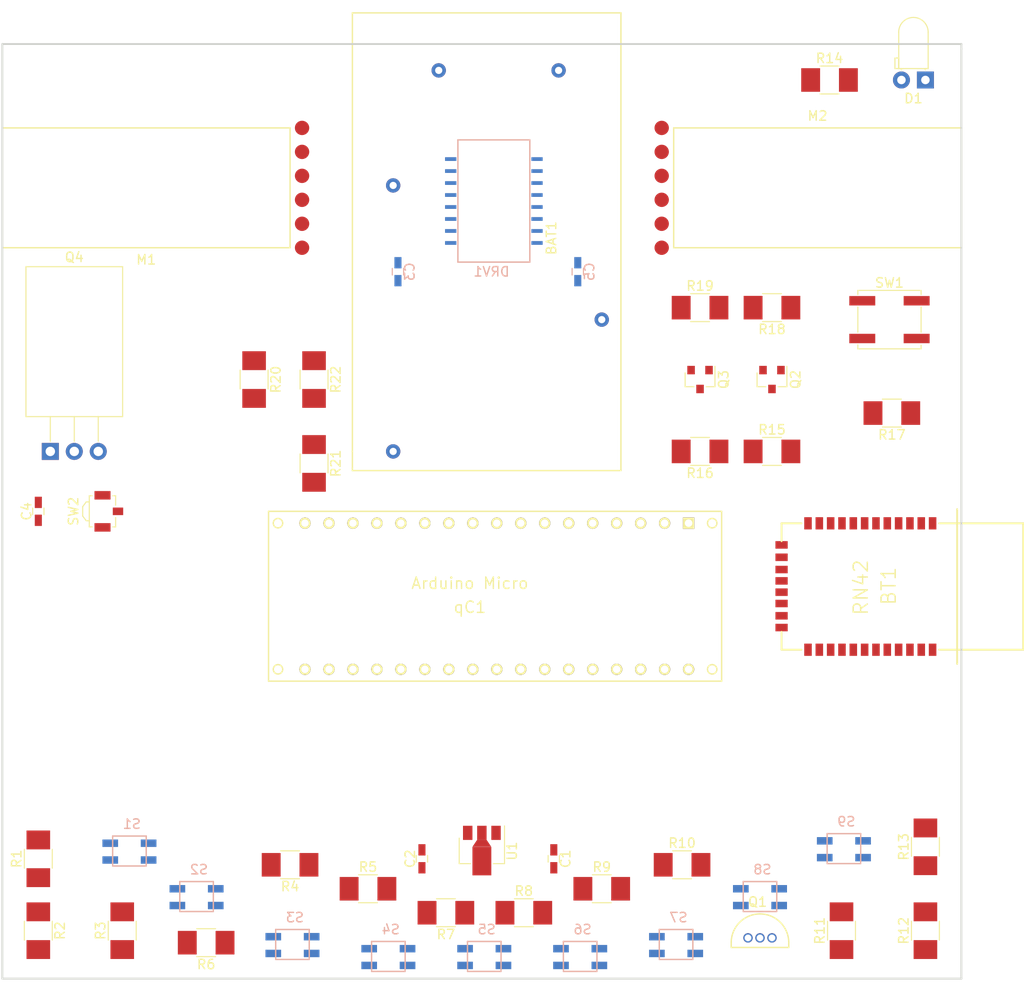
<source format=kicad_pcb>
(kicad_pcb (version 4) (host pcbnew 4.0.5)

  (general
    (links 132)
    (no_connects 132)
    (area -122.020001 53.239999 -20.219999 152.500001)
    (thickness 1.6)
    (drawings 17)
    (tracks 0)
    (zones 0)
    (modules 50)
    (nets 81)
  )

  (page A4)
  (layers
    (0 F.Cu signal)
    (31 B.Cu signal)
    (32 B.Adhes user)
    (33 F.Adhes user)
    (34 B.Paste user)
    (35 F.Paste user)
    (36 B.SilkS user)
    (37 F.SilkS user)
    (38 B.Mask user)
    (39 F.Mask user)
    (40 Dwgs.User user)
    (41 Cmts.User user)
    (42 Eco1.User user)
    (43 Eco2.User user)
    (44 Edge.Cuts user)
    (45 Margin user)
    (46 B.CrtYd user)
    (47 F.CrtYd user)
    (48 B.Fab user)
    (49 F.Fab user)
  )

  (setup
    (last_trace_width 0.25)
    (trace_clearance 0.2)
    (zone_clearance 0.508)
    (zone_45_only yes)
    (trace_min 0.2)
    (segment_width 0.2)
    (edge_width 0.2)
    (via_size 0.6)
    (via_drill 0.4)
    (via_min_size 0.4)
    (via_min_drill 0.3)
    (uvia_size 0.3)
    (uvia_drill 0.1)
    (uvias_allowed no)
    (uvia_min_size 0.2)
    (uvia_min_drill 0.1)
    (pcb_text_width 0.3)
    (pcb_text_size 1.5 1.5)
    (mod_edge_width 0.15)
    (mod_text_size 1 1)
    (mod_text_width 0.15)
    (pad_size 1.524 1.524)
    (pad_drill 0.762)
    (pad_to_mask_clearance 0.2)
    (aux_axis_origin 0 0)
    (visible_elements 7FFFFFFF)
    (pcbplotparams
      (layerselection 0x00030_80000001)
      (usegerberextensions false)
      (excludeedgelayer true)
      (linewidth 0.100000)
      (plotframeref false)
      (viasonmask false)
      (mode 1)
      (useauxorigin false)
      (hpglpennumber 1)
      (hpglpenspeed 20)
      (hpglpendiameter 15)
      (hpglpenoverlay 2)
      (psnegative false)
      (psa4output false)
      (plotreference true)
      (plotvalue true)
      (plotinvisibletext false)
      (padsonsilk false)
      (subtractmaskfromsilk false)
      (outputformat 1)
      (mirror false)
      (drillshape 1)
      (scaleselection 1)
      (outputdirectory ""))
  )

  (net 0 "")
  (net 1 +9VA)
  (net 2 "Net-(BAT1-Pad2)")
  (net 3 GND)
  (net 4 "Net-(BT1-Pad2)")
  (net 5 "Net-(BT1-Pad3)")
  (net 6 "Net-(BT1-Pad4)")
  (net 7 "Net-(BT1-Pad5)")
  (net 8 "Net-(BT1-Pad6)")
  (net 9 "Net-(BT1-Pad7)")
  (net 10 "Net-(BT1-Pad8)")
  (net 11 "Net-(BT1-Pad9)")
  (net 12 "Net-(BT1-Pad10)")
  (net 13 +3V3)
  (net 14 "Net-(BT1-Pad35)")
  (net 15 "Net-(BT1-Pad34)")
  (net 16 "Net-(BT1-Pad33)")
  (net 17 "Net-(BT1-Pad32)")
  (net 18 "Net-(BT1-Pad31)")
  (net 19 "Net-(BT1-Pad30)")
  (net 20 /BTTX)
  (net 21 /BTRX)
  (net 22 "Net-(BT1-Pad15)")
  (net 23 "Net-(BT1-Pad16)")
  (net 24 "Net-(BT1-Pad17)")
  (net 25 "Net-(BT1-Pad18)")
  (net 26 "Net-(BT1-Pad19)")
  (net 27 "Net-(BT1-Pad20)")
  (net 28 "Net-(BT1-Pad21)")
  (net 29 "Net-(BT1-Pad22)")
  (net 30 "Net-(BT1-Pad23)")
  (net 31 "Net-(BT1-Pad24)")
  (net 32 +9V)
  (net 33 "Net-(C2-Pad1)")
  (net 34 "Net-(C3-Pad1)")
  (net 35 "Net-(C3-Pad2)")
  (net 36 "Net-(C5-Pad1)")
  (net 37 "Net-(C5-Pad2)")
  (net 38 "Net-(D1-Pad2)")
  (net 39 +5V)
  (net 40 /PWML1)
  (net 41 /PWML2)
  (net 42 /PWMR1)
  (net 43 /PWMR2)
  (net 44 /ENCLB)
  (net 45 /ENCLA)
  (net 46 /ENCRA)
  (net 47 /ENCRB)
  (net 48 "Net-(Q1-Pad2)")
  (net 49 "Net-(Q1-Pad1)")
  (net 50 "Net-(Q3-Pad2)")
  (net 51 "Net-(Q4-Pad1)")
  (net 52 /LED)
  (net 53 "Net-(qC1-Pad33)")
  (net 54 "Net-(qC1-Pad30)")
  (net 55 "Net-(qC1-Pad28)")
  (net 56 "Net-(qC1-Pad27)")
  (net 57 /LS9)
  (net 58 /LS8)
  (net 59 /LS7)
  (net 60 /LS6)
  (net 61 /LS5)
  (net 62 /LS4)
  (net 63 "Net-(qC1-Pad20)")
  (net 64 /LON)
  (net 65 "Net-(qC1-Pad5)")
  (net 66 /LS1)
  (net 67 /BUT)
  (net 68 /VBAT)
  (net 69 /LS2)
  (net 70 /LS3)
  (net 71 "Net-(R1-Pad2)")
  (net 72 "Net-(R5-Pad2)")
  (net 73 "Net-(R10-Pad2)")
  (net 74 "Net-(S1-Pad2)")
  (net 75 "Net-(S2-Pad2)")
  (net 76 "Net-(S4-Pad2)")
  (net 77 "Net-(S5-Pad2)")
  (net 78 "Net-(S6-Pad3)")
  (net 79 "Net-(S7-Pad2)")
  (net 80 "Net-(S8-Pad2)")

  (net_class Default "This is the default net class."
    (clearance 0.2)
    (trace_width 0.25)
    (via_dia 0.6)
    (via_drill 0.4)
    (uvia_dia 0.3)
    (uvia_drill 0.1)
    (add_net /BTRX)
    (add_net /BTTX)
    (add_net /BUT)
    (add_net /ENCLA)
    (add_net /ENCLB)
    (add_net /ENCRA)
    (add_net /ENCRB)
    (add_net /LED)
    (add_net /LON)
    (add_net /LS1)
    (add_net /LS2)
    (add_net /LS3)
    (add_net /LS4)
    (add_net /LS5)
    (add_net /LS6)
    (add_net /LS7)
    (add_net /LS8)
    (add_net /LS9)
    (add_net /PWML1)
    (add_net /PWML2)
    (add_net /PWMR1)
    (add_net /PWMR2)
    (add_net /VBAT)
    (add_net "Net-(BAT1-Pad2)")
    (add_net "Net-(BT1-Pad10)")
    (add_net "Net-(BT1-Pad15)")
    (add_net "Net-(BT1-Pad16)")
    (add_net "Net-(BT1-Pad17)")
    (add_net "Net-(BT1-Pad18)")
    (add_net "Net-(BT1-Pad19)")
    (add_net "Net-(BT1-Pad2)")
    (add_net "Net-(BT1-Pad20)")
    (add_net "Net-(BT1-Pad21)")
    (add_net "Net-(BT1-Pad22)")
    (add_net "Net-(BT1-Pad23)")
    (add_net "Net-(BT1-Pad24)")
    (add_net "Net-(BT1-Pad3)")
    (add_net "Net-(BT1-Pad30)")
    (add_net "Net-(BT1-Pad31)")
    (add_net "Net-(BT1-Pad32)")
    (add_net "Net-(BT1-Pad33)")
    (add_net "Net-(BT1-Pad34)")
    (add_net "Net-(BT1-Pad35)")
    (add_net "Net-(BT1-Pad4)")
    (add_net "Net-(BT1-Pad5)")
    (add_net "Net-(BT1-Pad6)")
    (add_net "Net-(BT1-Pad7)")
    (add_net "Net-(BT1-Pad8)")
    (add_net "Net-(BT1-Pad9)")
    (add_net "Net-(C2-Pad1)")
    (add_net "Net-(C3-Pad1)")
    (add_net "Net-(C3-Pad2)")
    (add_net "Net-(C5-Pad1)")
    (add_net "Net-(C5-Pad2)")
    (add_net "Net-(D1-Pad2)")
    (add_net "Net-(Q1-Pad1)")
    (add_net "Net-(Q1-Pad2)")
    (add_net "Net-(Q3-Pad2)")
    (add_net "Net-(Q4-Pad1)")
    (add_net "Net-(R1-Pad2)")
    (add_net "Net-(R10-Pad2)")
    (add_net "Net-(R5-Pad2)")
    (add_net "Net-(S1-Pad2)")
    (add_net "Net-(S2-Pad2)")
    (add_net "Net-(S4-Pad2)")
    (add_net "Net-(S5-Pad2)")
    (add_net "Net-(S6-Pad3)")
    (add_net "Net-(S7-Pad2)")
    (add_net "Net-(S8-Pad2)")
    (add_net "Net-(qC1-Pad20)")
    (add_net "Net-(qC1-Pad27)")
    (add_net "Net-(qC1-Pad28)")
    (add_net "Net-(qC1-Pad30)")
    (add_net "Net-(qC1-Pad33)")
    (add_net "Net-(qC1-Pad5)")
  )

  (net_class PWR ""
    (clearance 0.2)
    (trace_width 0.75)
    (via_dia 0.75)
    (via_drill 0.4)
    (uvia_dia 0.3)
    (uvia_drill 0.1)
    (add_net +3V3)
    (add_net +5V)
    (add_net +9V)
    (add_net +9VA)
    (add_net GND)
  )

  (module "HPCBMotor:HPCB Motor (Pololu)" (layer F.Cu) (tedit 58D56175) (tstamp 58D6476F)
    (at -20.32 57.15 180)
    (path /58D35D0E)
    (fp_text reference M2 (at 15.24 -3.81 180) (layer F.SilkS)
      (effects (font (size 1 1) (thickness 0.15)))
    )
    (fp_text value "Motor Desni" (at 15.24 -19.05 180) (layer F.Fab)
      (effects (font (size 1 1) (thickness 0.15)))
    )
    (fp_line (start 0 -5.08) (end 30.48 -5.08) (layer F.SilkS) (width 0.15))
    (fp_line (start 30.48 -5.08) (end 30.48 -17.78) (layer F.SilkS) (width 0.15))
    (fp_line (start 30.48 -17.78) (end 0 -17.78) (layer F.SilkS) (width 0.15))
    (fp_line (start 0 -17.78) (end 0 -5.08) (layer F.SilkS) (width 0.15))
    (pad 1 smd circle (at 31.75 -17.78 180) (size 1.524 1.524) (layers F.Cu F.Paste F.Mask)
      (net 36 "Net-(C5-Pad1)"))
    (pad 2 smd circle (at 31.75 -15.24 180) (size 1.524 1.524) (layers F.Cu F.Paste F.Mask)
      (net 37 "Net-(C5-Pad2)"))
    (pad 3 smd circle (at 31.75 -12.7 180) (size 1.524 1.524) (layers F.Cu F.Paste F.Mask)
      (net 39 +5V))
    (pad 4 smd circle (at 31.75 -10.16 180) (size 1.524 1.524) (layers F.Cu F.Paste F.Mask)
      (net 46 /ENCRA))
    (pad 5 smd circle (at 31.75 -7.62 180) (size 1.524 1.524) (layers F.Cu F.Paste F.Mask)
      (net 47 /ENCRB))
    (pad 6 smd circle (at 31.75 -5.08 180) (size 1.524 1.524) (layers F.Cu F.Paste F.Mask)
      (net 3 GND))
  )

  (module Capacitors_SMD:C_0603_HandSoldering (layer F.Cu) (tedit 58AA848B) (tstamp 58D64729)
    (at -63.5 139.7 270)
    (descr "Capacitor SMD 0603, hand soldering")
    (tags "capacitor 0603")
    (path /58D35D2A)
    (attr smd)
    (fp_text reference C1 (at 0 -1.25 270) (layer F.SilkS)
      (effects (font (size 1 1) (thickness 0.15)))
    )
    (fp_text value 1uF (at 0 1.5 270) (layer F.Fab)
      (effects (font (size 1 1) (thickness 0.15)))
    )
    (fp_text user %R (at 0 -1.25 270) (layer F.Fab)
      (effects (font (size 1 1) (thickness 0.15)))
    )
    (fp_line (start -0.8 0.4) (end -0.8 -0.4) (layer F.Fab) (width 0.1))
    (fp_line (start 0.8 0.4) (end -0.8 0.4) (layer F.Fab) (width 0.1))
    (fp_line (start 0.8 -0.4) (end 0.8 0.4) (layer F.Fab) (width 0.1))
    (fp_line (start -0.8 -0.4) (end 0.8 -0.4) (layer F.Fab) (width 0.1))
    (fp_line (start -0.35 -0.6) (end 0.35 -0.6) (layer F.SilkS) (width 0.12))
    (fp_line (start 0.35 0.6) (end -0.35 0.6) (layer F.SilkS) (width 0.12))
    (fp_line (start -1.8 -0.65) (end 1.8 -0.65) (layer F.CrtYd) (width 0.05))
    (fp_line (start -1.8 -0.65) (end -1.8 0.65) (layer F.CrtYd) (width 0.05))
    (fp_line (start 1.8 0.65) (end 1.8 -0.65) (layer F.CrtYd) (width 0.05))
    (fp_line (start 1.8 0.65) (end -1.8 0.65) (layer F.CrtYd) (width 0.05))
    (pad 1 smd rect (at -0.95 0 270) (size 1.2 0.75) (layers F.Cu F.Paste F.Mask)
      (net 32 +9V))
    (pad 2 smd rect (at 0.95 0 270) (size 1.2 0.75) (layers F.Cu F.Paste F.Mask)
      (net 3 GND))
    (model Capacitors_SMD.3dshapes/C_0603.wrl
      (at (xyz 0 0 0))
      (scale (xyz 1 1 1))
      (rotate (xyz 0 0 0))
    )
  )

  (module Capacitors_SMD:C_0603_HandSoldering (layer F.Cu) (tedit 58D838B4) (tstamp 58D6472F)
    (at -77.47 139.7 90)
    (descr "Capacitor SMD 0603, hand soldering")
    (tags "capacitor 0603")
    (path /58D35D2B)
    (attr smd)
    (fp_text reference C2 (at 0 -1.25 90) (layer F.SilkS)
      (effects (font (size 1 1) (thickness 0.15)))
    )
    (fp_text value 1uF (at 0 1.27 90) (layer F.Fab)
      (effects (font (size 1 1) (thickness 0.15)))
    )
    (fp_text user %R (at 0 -1.25 90) (layer F.Fab)
      (effects (font (size 1 1) (thickness 0.15)))
    )
    (fp_line (start -0.8 0.4) (end -0.8 -0.4) (layer F.Fab) (width 0.1))
    (fp_line (start 0.8 0.4) (end -0.8 0.4) (layer F.Fab) (width 0.1))
    (fp_line (start 0.8 -0.4) (end 0.8 0.4) (layer F.Fab) (width 0.1))
    (fp_line (start -0.8 -0.4) (end 0.8 -0.4) (layer F.Fab) (width 0.1))
    (fp_line (start -0.35 -0.6) (end 0.35 -0.6) (layer F.SilkS) (width 0.12))
    (fp_line (start 0.35 0.6) (end -0.35 0.6) (layer F.SilkS) (width 0.12))
    (fp_line (start -1.8 -0.65) (end 1.8 -0.65) (layer F.CrtYd) (width 0.05))
    (fp_line (start -1.8 -0.65) (end -1.8 0.65) (layer F.CrtYd) (width 0.05))
    (fp_line (start 1.8 0.65) (end 1.8 -0.65) (layer F.CrtYd) (width 0.05))
    (fp_line (start 1.8 0.65) (end -1.8 0.65) (layer F.CrtYd) (width 0.05))
    (pad 1 smd rect (at -0.95 0 90) (size 1.2 0.75) (layers F.Cu F.Paste F.Mask)
      (net 33 "Net-(C2-Pad1)"))
    (pad 2 smd rect (at 0.95 0 90) (size 1.2 0.75) (layers F.Cu F.Paste F.Mask)
      (net 3 GND))
    (model Capacitors_SMD.3dshapes/C_0603.wrl
      (at (xyz 0 0 0))
      (scale (xyz 1 1 1))
      (rotate (xyz 0 0 0))
    )
  )

  (module Capacitors_SMD:C_0603_HandSoldering (layer B.Cu) (tedit 58AA848B) (tstamp 58D64735)
    (at -80.01 77.47 90)
    (descr "Capacitor SMD 0603, hand soldering")
    (tags "capacitor 0603")
    (path /58D35D07)
    (attr smd)
    (fp_text reference C3 (at 0 1.25 90) (layer B.SilkS)
      (effects (font (size 1 1) (thickness 0.15)) (justify mirror))
    )
    (fp_text value CM1 (at 0 -1.5 90) (layer B.Fab)
      (effects (font (size 1 1) (thickness 0.15)) (justify mirror))
    )
    (fp_text user %R (at 0 1.25 90) (layer B.Fab)
      (effects (font (size 1 1) (thickness 0.15)) (justify mirror))
    )
    (fp_line (start -0.8 -0.4) (end -0.8 0.4) (layer B.Fab) (width 0.1))
    (fp_line (start 0.8 -0.4) (end -0.8 -0.4) (layer B.Fab) (width 0.1))
    (fp_line (start 0.8 0.4) (end 0.8 -0.4) (layer B.Fab) (width 0.1))
    (fp_line (start -0.8 0.4) (end 0.8 0.4) (layer B.Fab) (width 0.1))
    (fp_line (start -0.35 0.6) (end 0.35 0.6) (layer B.SilkS) (width 0.12))
    (fp_line (start 0.35 -0.6) (end -0.35 -0.6) (layer B.SilkS) (width 0.12))
    (fp_line (start -1.8 0.65) (end 1.8 0.65) (layer B.CrtYd) (width 0.05))
    (fp_line (start -1.8 0.65) (end -1.8 -0.65) (layer B.CrtYd) (width 0.05))
    (fp_line (start 1.8 -0.65) (end 1.8 0.65) (layer B.CrtYd) (width 0.05))
    (fp_line (start 1.8 -0.65) (end -1.8 -0.65) (layer B.CrtYd) (width 0.05))
    (pad 1 smd rect (at -0.95 0 90) (size 1.2 0.75) (layers B.Cu B.Paste B.Mask)
      (net 34 "Net-(C3-Pad1)"))
    (pad 2 smd rect (at 0.95 0 90) (size 1.2 0.75) (layers B.Cu B.Paste B.Mask)
      (net 35 "Net-(C3-Pad2)"))
    (model Capacitors_SMD.3dshapes/C_0603.wrl
      (at (xyz 0 0 0))
      (scale (xyz 1 1 1))
      (rotate (xyz 0 0 0))
    )
  )

  (module Capacitors_SMD:C_0603_HandSoldering (layer F.Cu) (tedit 58AA848B) (tstamp 58D6473B)
    (at -118.11 102.87 90)
    (descr "Capacitor SMD 0603, hand soldering")
    (tags "capacitor 0603")
    (path /58D35D1A)
    (attr smd)
    (fp_text reference C4 (at 0 -1.25 90) (layer F.SilkS)
      (effects (font (size 1 1) (thickness 0.15)))
    )
    (fp_text value 22uF (at 0 1.5 90) (layer F.Fab)
      (effects (font (size 1 1) (thickness 0.15)))
    )
    (fp_text user %R (at 0 -1.25 90) (layer F.Fab)
      (effects (font (size 1 1) (thickness 0.15)))
    )
    (fp_line (start -0.8 0.4) (end -0.8 -0.4) (layer F.Fab) (width 0.1))
    (fp_line (start 0.8 0.4) (end -0.8 0.4) (layer F.Fab) (width 0.1))
    (fp_line (start 0.8 -0.4) (end 0.8 0.4) (layer F.Fab) (width 0.1))
    (fp_line (start -0.8 -0.4) (end 0.8 -0.4) (layer F.Fab) (width 0.1))
    (fp_line (start -0.35 -0.6) (end 0.35 -0.6) (layer F.SilkS) (width 0.12))
    (fp_line (start 0.35 0.6) (end -0.35 0.6) (layer F.SilkS) (width 0.12))
    (fp_line (start -1.8 -0.65) (end 1.8 -0.65) (layer F.CrtYd) (width 0.05))
    (fp_line (start -1.8 -0.65) (end -1.8 0.65) (layer F.CrtYd) (width 0.05))
    (fp_line (start 1.8 0.65) (end 1.8 -0.65) (layer F.CrtYd) (width 0.05))
    (fp_line (start 1.8 0.65) (end -1.8 0.65) (layer F.CrtYd) (width 0.05))
    (pad 1 smd rect (at -0.95 0 90) (size 1.2 0.75) (layers F.Cu F.Paste F.Mask)
      (net 1 +9VA))
    (pad 2 smd rect (at 0.95 0 90) (size 1.2 0.75) (layers F.Cu F.Paste F.Mask)
      (net 2 "Net-(BAT1-Pad2)"))
    (model Capacitors_SMD.3dshapes/C_0603.wrl
      (at (xyz 0 0 0))
      (scale (xyz 1 1 1))
      (rotate (xyz 0 0 0))
    )
  )

  (module Capacitors_SMD:C_0603_HandSoldering (layer B.Cu) (tedit 58D83C1C) (tstamp 58D64741)
    (at -60.96 77.47 90)
    (descr "Capacitor SMD 0603, hand soldering")
    (tags "capacitor 0603")
    (path /58D35D0B)
    (attr smd)
    (fp_text reference C5 (at 0 1.25 90) (layer B.SilkS)
      (effects (font (size 1 1) (thickness 0.15)) (justify mirror))
    )
    (fp_text value CM2 (at -3.302 5.334 90) (layer B.Fab)
      (effects (font (size 1 1) (thickness 0.15)) (justify mirror))
    )
    (fp_text user %R (at 0 1.25 90) (layer B.Fab)
      (effects (font (size 1 1) (thickness 0.15)) (justify mirror))
    )
    (fp_line (start -0.8 -0.4) (end -0.8 0.4) (layer B.Fab) (width 0.1))
    (fp_line (start 0.8 -0.4) (end -0.8 -0.4) (layer B.Fab) (width 0.1))
    (fp_line (start 0.8 0.4) (end 0.8 -0.4) (layer B.Fab) (width 0.1))
    (fp_line (start -0.8 0.4) (end 0.8 0.4) (layer B.Fab) (width 0.1))
    (fp_line (start -0.35 0.6) (end 0.35 0.6) (layer B.SilkS) (width 0.12))
    (fp_line (start 0.35 -0.6) (end -0.35 -0.6) (layer B.SilkS) (width 0.12))
    (fp_line (start -1.8 0.65) (end 1.8 0.65) (layer B.CrtYd) (width 0.05))
    (fp_line (start -1.8 0.65) (end -1.8 -0.65) (layer B.CrtYd) (width 0.05))
    (fp_line (start 1.8 -0.65) (end 1.8 0.65) (layer B.CrtYd) (width 0.05))
    (fp_line (start 1.8 -0.65) (end -1.8 -0.65) (layer B.CrtYd) (width 0.05))
    (pad 1 smd rect (at -0.95 0 90) (size 1.2 0.75) (layers B.Cu B.Paste B.Mask)
      (net 36 "Net-(C5-Pad1)"))
    (pad 2 smd rect (at 0.95 0 90) (size 1.2 0.75) (layers B.Cu B.Paste B.Mask)
      (net 37 "Net-(C5-Pad2)"))
    (model Capacitors_SMD.3dshapes/C_0603.wrl
      (at (xyz 0 0 0))
      (scale (xyz 1 1 1))
      (rotate (xyz 0 0 0))
    )
  )

  (module LEDs:LED_D3.0mm_Horizontal_O1.27mm_Z2.0mm (layer F.Cu) (tedit 5880A862) (tstamp 58D64747)
    (at -24.13 57.15 180)
    (descr "LED, diameter 3.0mm z-position of LED center 2.0mm, 2 pins")
    (tags "LED diameter 3.0mm z-position of LED center 2.0mm 2 pins")
    (path /58D4E16E)
    (fp_text reference D1 (at 1.27 -1.96 180) (layer F.SilkS)
      (effects (font (size 1 1) (thickness 0.15)))
    )
    (fp_text value LED (at 1.27 7.63 180) (layer F.Fab)
      (effects (font (size 1 1) (thickness 0.15)))
    )
    (fp_arc (start 1.27 5.07) (end -0.23 5.07) (angle -180) (layer F.Fab) (width 0.1))
    (fp_arc (start 1.27 5.07) (end -0.29 5.07) (angle -180) (layer F.SilkS) (width 0.12))
    (fp_line (start -0.23 1.27) (end -0.23 5.07) (layer F.Fab) (width 0.1))
    (fp_line (start 2.77 1.27) (end 2.77 5.07) (layer F.Fab) (width 0.1))
    (fp_line (start -0.23 1.27) (end 2.77 1.27) (layer F.Fab) (width 0.1))
    (fp_line (start 3.17 1.27) (end 3.17 2.27) (layer F.Fab) (width 0.1))
    (fp_line (start 3.17 2.27) (end 2.77 2.27) (layer F.Fab) (width 0.1))
    (fp_line (start 2.77 2.27) (end 2.77 1.27) (layer F.Fab) (width 0.1))
    (fp_line (start 2.77 1.27) (end 3.17 1.27) (layer F.Fab) (width 0.1))
    (fp_line (start 0 0) (end 0 1.27) (layer F.Fab) (width 0.1))
    (fp_line (start 0 1.27) (end 0 1.27) (layer F.Fab) (width 0.1))
    (fp_line (start 0 1.27) (end 0 0) (layer F.Fab) (width 0.1))
    (fp_line (start 0 0) (end 0 0) (layer F.Fab) (width 0.1))
    (fp_line (start 2.54 0) (end 2.54 1.27) (layer F.Fab) (width 0.1))
    (fp_line (start 2.54 1.27) (end 2.54 1.27) (layer F.Fab) (width 0.1))
    (fp_line (start 2.54 1.27) (end 2.54 0) (layer F.Fab) (width 0.1))
    (fp_line (start 2.54 0) (end 2.54 0) (layer F.Fab) (width 0.1))
    (fp_line (start -0.29 1.21) (end -0.29 5.07) (layer F.SilkS) (width 0.12))
    (fp_line (start 2.83 1.21) (end 2.83 5.07) (layer F.SilkS) (width 0.12))
    (fp_line (start -0.29 1.21) (end 2.83 1.21) (layer F.SilkS) (width 0.12))
    (fp_line (start 3.23 1.21) (end 3.23 2.33) (layer F.SilkS) (width 0.12))
    (fp_line (start 3.23 2.33) (end 2.83 2.33) (layer F.SilkS) (width 0.12))
    (fp_line (start 2.83 2.33) (end 2.83 1.21) (layer F.SilkS) (width 0.12))
    (fp_line (start 2.83 1.21) (end 3.23 1.21) (layer F.SilkS) (width 0.12))
    (fp_line (start 0 1.08) (end 0 1.21) (layer F.SilkS) (width 0.12))
    (fp_line (start 0 1.21) (end 0 1.21) (layer F.SilkS) (width 0.12))
    (fp_line (start 0 1.21) (end 0 1.08) (layer F.SilkS) (width 0.12))
    (fp_line (start 0 1.08) (end 0 1.08) (layer F.SilkS) (width 0.12))
    (fp_line (start 2.54 1.08) (end 2.54 1.21) (layer F.SilkS) (width 0.12))
    (fp_line (start 2.54 1.21) (end 2.54 1.21) (layer F.SilkS) (width 0.12))
    (fp_line (start 2.54 1.21) (end 2.54 1.08) (layer F.SilkS) (width 0.12))
    (fp_line (start 2.54 1.08) (end 2.54 1.08) (layer F.SilkS) (width 0.12))
    (fp_line (start -1.25 -1.25) (end -1.25 6.9) (layer F.CrtYd) (width 0.05))
    (fp_line (start -1.25 6.9) (end 3.75 6.9) (layer F.CrtYd) (width 0.05))
    (fp_line (start 3.75 6.9) (end 3.75 -1.25) (layer F.CrtYd) (width 0.05))
    (fp_line (start 3.75 -1.25) (end -1.25 -1.25) (layer F.CrtYd) (width 0.05))
    (pad 1 thru_hole rect (at 0 0 180) (size 1.8 1.8) (drill 0.9) (layers *.Cu *.Mask)
      (net 3 GND))
    (pad 2 thru_hole circle (at 2.54 0 180) (size 1.8 1.8) (drill 0.9) (layers *.Cu *.Mask)
      (net 38 "Net-(D1-Pad2)"))
    (model LEDs.3dshapes/LED_D3.0mm_Horizontal_O1.27mm_Z2.0mm.wrl
      (at (xyz 0 0 0))
      (scale (xyz 0.393701 0.393701 0.393701))
      (rotate (xyz 0 0 0))
    )
  )

  (module L293D:L293D (layer B.Cu) (tedit 58D56BB4) (tstamp 58D6475B)
    (at -66.04 63.5 270)
    (path /58D35D06)
    (fp_text reference DRV1 (at 13.97 4.064 540) (layer B.SilkS)
      (effects (font (size 1 1) (thickness 0.15)) (justify mirror))
    )
    (fp_text value L293 (at -1.016 4.064 540) (layer B.Fab)
      (effects (font (size 1 1) (thickness 0.15)) (justify mirror))
    )
    (fp_line (start 12.954 0) (end 12.954 7.62) (layer B.SilkS) (width 0.15))
    (fp_line (start 12.954 7.62) (end 0 7.62) (layer B.SilkS) (width 0.15))
    (fp_line (start 0 7.62) (end 0 0) (layer B.SilkS) (width 0.15))
    (fp_line (start 0 0) (end 12.954 0) (layer B.SilkS) (width 0.15))
    (pad 1 smd rect (at 10.922 8.382 270) (size 0.4 1.2) (layers B.Cu B.Paste B.Mask)
      (net 39 +5V))
    (pad 2 smd rect (at 9.652 8.382 270) (size 0.4 1.2) (layers B.Cu B.Paste B.Mask)
      (net 40 /PWML1))
    (pad 3 smd rect (at 8.382 8.382 270) (size 0.4 1.2) (layers B.Cu B.Paste B.Mask)
      (net 34 "Net-(C3-Pad1)"))
    (pad 4 smd rect (at 7.112 8.382 270) (size 0.4 1.2) (layers B.Cu B.Paste B.Mask)
      (net 3 GND))
    (pad 5 smd rect (at 5.842 8.382 270) (size 0.4 1.2) (layers B.Cu B.Paste B.Mask)
      (net 3 GND))
    (pad 6 smd rect (at 4.572 8.382 270) (size 0.4 1.2) (layers B.Cu B.Paste B.Mask)
      (net 35 "Net-(C3-Pad2)"))
    (pad 7 smd rect (at 3.302 8.382 270) (size 0.4 1.2) (layers B.Cu B.Paste B.Mask)
      (net 41 /PWML2))
    (pad 8 smd rect (at 2.032 8.382 270) (size 0.4 1.2) (layers B.Cu B.Paste B.Mask)
      (net 32 +9V))
    (pad 9 smd rect (at 2.032 -0.762 270) (size 0.4 1.2) (layers B.Cu B.Paste B.Mask)
      (net 39 +5V))
    (pad 10 smd rect (at 3.302 -0.762 270) (size 0.4 1.2) (layers B.Cu B.Paste B.Mask)
      (net 42 /PWMR1))
    (pad 11 smd rect (at 4.572 -0.762 270) (size 0.4 1.2) (layers B.Cu B.Paste B.Mask)
      (net 37 "Net-(C5-Pad2)"))
    (pad 12 smd rect (at 5.842 -0.762 270) (size 0.4 1.2) (layers B.Cu B.Paste B.Mask)
      (net 3 GND))
    (pad 13 smd rect (at 7.112 -0.762 270) (size 0.4 1.2) (layers B.Cu B.Paste B.Mask)
      (net 3 GND))
    (pad 14 smd rect (at 8.382 -0.762 270) (size 0.4 1.2) (layers B.Cu B.Paste B.Mask)
      (net 36 "Net-(C5-Pad1)"))
    (pad 15 smd rect (at 9.652 -0.762 270) (size 0.4 1.2) (layers B.Cu B.Paste B.Mask)
      (net 43 /PWMR2))
    (pad 16 smd rect (at 10.922 -0.762 270) (size 0.4 1.2) (layers B.Cu B.Paste B.Mask)
      (net 39 +5V))
  )

  (module "HPCBMotor:HPCB Motor (Pololu)" (layer F.Cu) (tedit 58D56175) (tstamp 58D64765)
    (at -121.92 80.01)
    (path /58D35D05)
    (fp_text reference M1 (at 15.24 -3.81) (layer F.SilkS)
      (effects (font (size 1 1) (thickness 0.15)))
    )
    (fp_text value "Motor Levi" (at 15.24 -19.05) (layer F.Fab)
      (effects (font (size 1 1) (thickness 0.15)))
    )
    (fp_line (start 0 -5.08) (end 30.48 -5.08) (layer F.SilkS) (width 0.15))
    (fp_line (start 30.48 -5.08) (end 30.48 -17.78) (layer F.SilkS) (width 0.15))
    (fp_line (start 30.48 -17.78) (end 0 -17.78) (layer F.SilkS) (width 0.15))
    (fp_line (start 0 -17.78) (end 0 -5.08) (layer F.SilkS) (width 0.15))
    (pad 1 smd circle (at 31.75 -17.78) (size 1.524 1.524) (layers F.Cu F.Paste F.Mask)
      (net 34 "Net-(C3-Pad1)"))
    (pad 2 smd circle (at 31.75 -15.24) (size 1.524 1.524) (layers F.Cu F.Paste F.Mask)
      (net 35 "Net-(C3-Pad2)"))
    (pad 3 smd circle (at 31.75 -12.7) (size 1.524 1.524) (layers F.Cu F.Paste F.Mask)
      (net 39 +5V))
    (pad 4 smd circle (at 31.75 -10.16) (size 1.524 1.524) (layers F.Cu F.Paste F.Mask)
      (net 44 /ENCLB))
    (pad 5 smd circle (at 31.75 -7.62) (size 1.524 1.524) (layers F.Cu F.Paste F.Mask)
      (net 45 /ENCLA))
    (pad 6 smd circle (at 31.75 -5.08) (size 1.524 1.524) (layers F.Cu F.Paste F.Mask)
      (net 3 GND))
  )

  (module TO_SOT_Packages_SMD:SOT-23 (layer F.Cu) (tedit 58CE4E7E) (tstamp 58D6477D)
    (at -40.386 88.9 270)
    (descr "SOT-23, Standard")
    (tags SOT-23)
    (path /58D35D4E)
    (attr smd)
    (fp_text reference Q2 (at 0 -2.5 270) (layer F.SilkS)
      (effects (font (size 1 1) (thickness 0.15)))
    )
    (fp_text value BSS138 (at 0 2.5 270) (layer F.Fab)
      (effects (font (size 1 1) (thickness 0.15)))
    )
    (fp_text user %R (at 0 0 270) (layer F.Fab)
      (effects (font (size 0.5 0.5) (thickness 0.075)))
    )
    (fp_line (start -0.7 -0.95) (end -0.7 1.5) (layer F.Fab) (width 0.1))
    (fp_line (start -0.15 -1.52) (end 0.7 -1.52) (layer F.Fab) (width 0.1))
    (fp_line (start -0.7 -0.95) (end -0.15 -1.52) (layer F.Fab) (width 0.1))
    (fp_line (start 0.7 -1.52) (end 0.7 1.52) (layer F.Fab) (width 0.1))
    (fp_line (start -0.7 1.52) (end 0.7 1.52) (layer F.Fab) (width 0.1))
    (fp_line (start 0.76 1.58) (end 0.76 0.65) (layer F.SilkS) (width 0.12))
    (fp_line (start 0.76 -1.58) (end 0.76 -0.65) (layer F.SilkS) (width 0.12))
    (fp_line (start -1.7 -1.75) (end 1.7 -1.75) (layer F.CrtYd) (width 0.05))
    (fp_line (start 1.7 -1.75) (end 1.7 1.75) (layer F.CrtYd) (width 0.05))
    (fp_line (start 1.7 1.75) (end -1.7 1.75) (layer F.CrtYd) (width 0.05))
    (fp_line (start -1.7 1.75) (end -1.7 -1.75) (layer F.CrtYd) (width 0.05))
    (fp_line (start 0.76 -1.58) (end -1.4 -1.58) (layer F.SilkS) (width 0.12))
    (fp_line (start 0.76 1.58) (end -0.7 1.58) (layer F.SilkS) (width 0.12))
    (pad 1 smd rect (at -1 -0.95 270) (size 0.9 0.8) (layers F.Cu F.Paste F.Mask)
      (net 13 +3V3))
    (pad 2 smd rect (at -1 0.95 270) (size 0.9 0.8) (layers F.Cu F.Paste F.Mask)
      (net 20 /BTTX))
    (pad 3 smd rect (at 1 0 270) (size 0.9 0.8) (layers F.Cu F.Paste F.Mask)
      (net 21 /BTRX))
    (model ${KISYS3DMOD}/TO_SOT_Packages_SMD.3dshapes/SOT-23.wrl
      (at (xyz 0 0 0))
      (scale (xyz 1 1 1))
      (rotate (xyz 0 0 90))
    )
  )

  (module TO_SOT_Packages_SMD:SOT-23 (layer F.Cu) (tedit 58CE4E7E) (tstamp 58D64784)
    (at -48.006 88.9 270)
    (descr "SOT-23, Standard")
    (tags SOT-23)
    (path /58D35D53)
    (attr smd)
    (fp_text reference Q3 (at 0 -2.5 270) (layer F.SilkS)
      (effects (font (size 1 1) (thickness 0.15)))
    )
    (fp_text value BSS138 (at 0 2.5 270) (layer F.Fab)
      (effects (font (size 1 1) (thickness 0.15)))
    )
    (fp_text user %R (at 0 0 270) (layer F.Fab)
      (effects (font (size 0.5 0.5) (thickness 0.075)))
    )
    (fp_line (start -0.7 -0.95) (end -0.7 1.5) (layer F.Fab) (width 0.1))
    (fp_line (start -0.15 -1.52) (end 0.7 -1.52) (layer F.Fab) (width 0.1))
    (fp_line (start -0.7 -0.95) (end -0.15 -1.52) (layer F.Fab) (width 0.1))
    (fp_line (start 0.7 -1.52) (end 0.7 1.52) (layer F.Fab) (width 0.1))
    (fp_line (start -0.7 1.52) (end 0.7 1.52) (layer F.Fab) (width 0.1))
    (fp_line (start 0.76 1.58) (end 0.76 0.65) (layer F.SilkS) (width 0.12))
    (fp_line (start 0.76 -1.58) (end 0.76 -0.65) (layer F.SilkS) (width 0.12))
    (fp_line (start -1.7 -1.75) (end 1.7 -1.75) (layer F.CrtYd) (width 0.05))
    (fp_line (start 1.7 -1.75) (end 1.7 1.75) (layer F.CrtYd) (width 0.05))
    (fp_line (start 1.7 1.75) (end -1.7 1.75) (layer F.CrtYd) (width 0.05))
    (fp_line (start -1.7 1.75) (end -1.7 -1.75) (layer F.CrtYd) (width 0.05))
    (fp_line (start 0.76 -1.58) (end -1.4 -1.58) (layer F.SilkS) (width 0.12))
    (fp_line (start 0.76 1.58) (end -0.7 1.58) (layer F.SilkS) (width 0.12))
    (pad 1 smd rect (at -1 -0.95 270) (size 0.9 0.8) (layers F.Cu F.Paste F.Mask)
      (net 13 +3V3))
    (pad 2 smd rect (at -1 0.95 270) (size 0.9 0.8) (layers F.Cu F.Paste F.Mask)
      (net 50 "Net-(Q3-Pad2)"))
    (pad 3 smd rect (at 1 0 270) (size 0.9 0.8) (layers F.Cu F.Paste F.Mask)
      (net 20 /BTTX))
    (model ${KISYS3DMOD}/TO_SOT_Packages_SMD.3dshapes/SOT-23.wrl
      (at (xyz 0 0 0))
      (scale (xyz 1 1 1))
      (rotate (xyz 0 0 90))
    )
  )

  (module TO_SOT_Packages_THT:TO-220_Horizontal (layer F.Cu) (tedit 58CE52AD) (tstamp 58D6478C)
    (at -116.84 96.52)
    (descr "TO-220, Horizontal, RM 2.54mm")
    (tags "TO-220 Horizontal RM 2.54mm")
    (path /58D35D1C)
    (fp_text reference Q4 (at 2.54 -20.58) (layer F.SilkS)
      (effects (font (size 1 1) (thickness 0.15)))
    )
    (fp_text value Q_PMOS_GDS (at 2.54 1.9) (layer F.Fab)
      (effects (font (size 1 1) (thickness 0.15)))
    )
    (fp_text user %R (at 2.54 -20.58) (layer F.Fab)
      (effects (font (size 1 1) (thickness 0.15)))
    )
    (fp_line (start -2.46 -13.06) (end -2.46 -19.46) (layer F.Fab) (width 0.1))
    (fp_line (start -2.46 -19.46) (end 7.54 -19.46) (layer F.Fab) (width 0.1))
    (fp_line (start 7.54 -19.46) (end 7.54 -13.06) (layer F.Fab) (width 0.1))
    (fp_line (start 7.54 -13.06) (end -2.46 -13.06) (layer F.Fab) (width 0.1))
    (fp_line (start -2.46 -3.81) (end -2.46 -13.06) (layer F.Fab) (width 0.1))
    (fp_line (start -2.46 -13.06) (end 7.54 -13.06) (layer F.Fab) (width 0.1))
    (fp_line (start 7.54 -13.06) (end 7.54 -3.81) (layer F.Fab) (width 0.1))
    (fp_line (start 7.54 -3.81) (end -2.46 -3.81) (layer F.Fab) (width 0.1))
    (fp_line (start 0 -3.81) (end 0 0) (layer F.Fab) (width 0.1))
    (fp_line (start 2.54 -3.81) (end 2.54 0) (layer F.Fab) (width 0.1))
    (fp_line (start 5.08 -3.81) (end 5.08 0) (layer F.Fab) (width 0.1))
    (fp_line (start -2.58 -3.69) (end 7.66 -3.69) (layer F.SilkS) (width 0.12))
    (fp_line (start -2.58 -19.58) (end 7.66 -19.58) (layer F.SilkS) (width 0.12))
    (fp_line (start -2.58 -19.58) (end -2.58 -3.69) (layer F.SilkS) (width 0.12))
    (fp_line (start 7.66 -19.58) (end 7.66 -3.69) (layer F.SilkS) (width 0.12))
    (fp_line (start 0 -3.69) (end 0 -1.05) (layer F.SilkS) (width 0.12))
    (fp_line (start 2.54 -3.69) (end 2.54 -1.066) (layer F.SilkS) (width 0.12))
    (fp_line (start 5.08 -3.69) (end 5.08 -1.066) (layer F.SilkS) (width 0.12))
    (fp_line (start -2.71 -19.71) (end -2.71 1.15) (layer F.CrtYd) (width 0.05))
    (fp_line (start -2.71 1.15) (end 7.79 1.15) (layer F.CrtYd) (width 0.05))
    (fp_line (start 7.79 1.15) (end 7.79 -19.71) (layer F.CrtYd) (width 0.05))
    (fp_line (start 7.79 -19.71) (end -2.71 -19.71) (layer F.CrtYd) (width 0.05))
    (fp_circle (center 2.54 -16.66) (end 4.39 -16.66) (layer F.Fab) (width 0.1))
    (pad 0 np_thru_hole oval (at 2.54 -16.66) (size 3.5 3.5) (drill 3.5) (layers *.Cu *.Mask))
    (pad 1 thru_hole rect (at 0 0) (size 1.8 1.8) (drill 1) (layers *.Cu *.Mask)
      (net 51 "Net-(Q4-Pad1)"))
    (pad 2 thru_hole oval (at 2.54 0) (size 1.8 1.8) (drill 1) (layers *.Cu *.Mask)
      (net 1 +9VA))
    (pad 3 thru_hole oval (at 5.08 0) (size 1.8 1.8) (drill 1) (layers *.Cu *.Mask)
      (net 32 +9V))
    (model ${KISYS3DMOD}/TO_SOT_Packages_THT.3dshapes/TO-220_Horizontal.wrl
      (at (xyz 0.1 0 0))
      (scale (xyz 0.393701 0.393701 0.393701))
      (rotate (xyz 0 0 0))
    )
  )

  (module ArduinoMicro:ARDUINO_MICRO_SHIELD (layer F.Cu) (tedit 58D63EA1) (tstamp 58D647B2)
    (at -45.72 102.87 180)
    (tags "ARDUINO, MICRO")
    (path /58D35D04)
    (fp_text reference qC1 (at 26.67 -10.16 180) (layer F.SilkS)
      (effects (font (size 1.2 1.2) (thickness 0.15)))
    )
    (fp_text value "Arduino Micro" (at 26.67 -7.62 180) (layer F.SilkS)
      (effects (font (size 1.2 1.2) (thickness 0.15)))
    )
    (fp_circle (center 1 -1.254) (end 1.5 -1.254) (layer F.SilkS) (width 0.15))
    (fp_circle (center 1 -16.746) (end 1.5 -16.746) (layer F.SilkS) (width 0.15))
    (fp_circle (center 47 -1.254) (end 47.5 -1.254) (layer F.SilkS) (width 0.15))
    (fp_circle (center 47 -16.746) (end 47.5 -16.746) (layer F.SilkS) (width 0.15))
    (fp_line (start 0 -18) (end 48 -18) (layer F.SilkS) (width 0.15))
    (fp_line (start 48 -18) (end 48 0) (layer F.SilkS) (width 0.15))
    (fp_line (start 48 0) (end 0 0) (layer F.SilkS) (width 0.15))
    (fp_line (start 0 0) (end 0 -18) (layer F.SilkS) (width 0.15))
    (pad 34 thru_hole circle (at 3.5 -16.746 180) (size 1.2 1.2) (drill 0.8) (layers *.Cu *.Mask F.SilkS)
      (net 52 /LED))
    (pad 33 thru_hole circle (at 6.04 -16.746 180) (size 1.2 1.2) (drill 0.8) (layers *.Cu *.Mask F.SilkS)
      (net 53 "Net-(qC1-Pad33)"))
    (pad 32 thru_hole circle (at 8.58 -16.746 180) (size 1.2 1.2) (drill 0.8) (layers *.Cu *.Mask F.SilkS)
      (net 32 +9V))
    (pad 31 thru_hole circle (at 11.12 -16.746 180) (size 1.2 1.2) (drill 0.8) (layers *.Cu *.Mask F.SilkS)
      (net 3 GND))
    (pad 30 thru_hole circle (at 13.66 -16.746 180) (size 1.2 1.2) (drill 0.8) (layers *.Cu *.Mask F.SilkS)
      (net 54 "Net-(qC1-Pad30)"))
    (pad 29 thru_hole circle (at 16.2 -16.746 180) (size 1.2 1.2) (drill 0.8) (layers *.Cu *.Mask F.SilkS)
      (net 39 +5V))
    (pad 28 thru_hole circle (at 18.74 -16.746 180) (size 1.2 1.2) (drill 0.8) (layers *.Cu *.Mask F.SilkS)
      (net 55 "Net-(qC1-Pad28)"))
    (pad 27 thru_hole circle (at 21.28 -16.746 180) (size 1.2 1.2) (drill 0.8) (layers *.Cu *.Mask F.SilkS)
      (net 56 "Net-(qC1-Pad27)"))
    (pad 26 thru_hole circle (at 23.82 -16.746 180) (size 1.2 1.2) (drill 0.8) (layers *.Cu *.Mask F.SilkS)
      (net 57 /LS9))
    (pad 25 thru_hole circle (at 26.36 -16.746 180) (size 1.2 1.2) (drill 0.8) (layers *.Cu *.Mask F.SilkS)
      (net 58 /LS8))
    (pad 24 thru_hole circle (at 28.9 -16.746 180) (size 1.2 1.2) (drill 0.8) (layers *.Cu *.Mask F.SilkS)
      (net 59 /LS7))
    (pad 23 thru_hole circle (at 31.44 -16.746 180) (size 1.2 1.2) (drill 0.8) (layers *.Cu *.Mask F.SilkS)
      (net 60 /LS6))
    (pad 22 thru_hole circle (at 33.98 -16.746 180) (size 1.2 1.2) (drill 0.8) (layers *.Cu *.Mask F.SilkS)
      (net 61 /LS5))
    (pad 21 thru_hole circle (at 36.52 -16.746 180) (size 1.2 1.2) (drill 0.8) (layers *.Cu *.Mask F.SilkS)
      (net 62 /LS4))
    (pad 20 thru_hole circle (at 39.06 -16.746 180) (size 1.2 1.2) (drill 0.8) (layers *.Cu *.Mask F.SilkS)
      (net 63 "Net-(qC1-Pad20)"))
    (pad 19 thru_hole circle (at 41.6 -16.746 180) (size 1.2 1.2) (drill 0.8) (layers *.Cu *.Mask F.SilkS)
      (net 13 +3V3))
    (pad 18 thru_hole circle (at 44.14 -16.746 180) (size 1.2 1.2) (drill 0.8) (layers *.Cu *.Mask F.SilkS)
      (net 64 /LON))
    (pad 1 thru_hole rect (at 3.5 -1.254 180) (size 1.2 1.2) (drill 0.8) (layers *.Cu *.Mask F.SilkS)
      (net 21 /BTRX))
    (pad 2 thru_hole circle (at 6.04 -1.254 180) (size 1.2 1.2) (drill 0.8) (layers *.Cu *.Mask F.SilkS)
      (net 20 /BTTX))
    (pad 3 thru_hole circle (at 8.58 -1.254 180) (size 1.2 1.2) (drill 0.8) (layers *.Cu *.Mask F.SilkS)
      (net 45 /ENCLA))
    (pad 4 thru_hole circle (at 11.12 -1.254 180) (size 1.2 1.2) (drill 0.8) (layers *.Cu *.Mask F.SilkS)
      (net 44 /ENCLB))
    (pad 5 thru_hole circle (at 13.66 -1.254 180) (size 1.2 1.2) (drill 0.8) (layers *.Cu *.Mask F.SilkS)
      (net 65 "Net-(qC1-Pad5)"))
    (pad 6 thru_hole circle (at 16.2 -1.254 180) (size 1.2 1.2) (drill 0.8) (layers *.Cu *.Mask F.SilkS)
      (net 3 GND))
    (pad 7 thru_hole circle (at 18.74 -1.254 180) (size 1.2 1.2) (drill 0.8) (layers *.Cu *.Mask F.SilkS)
      (net 46 /ENCRA))
    (pad 8 thru_hole circle (at 21.28 -1.254 180) (size 1.2 1.2) (drill 0.8) (layers *.Cu *.Mask F.SilkS)
      (net 47 /ENCRB))
    (pad 9 thru_hole circle (at 23.82 -1.254 180) (size 1.2 1.2) (drill 0.8) (layers *.Cu *.Mask F.SilkS)
      (net 66 /LS1))
    (pad 10 thru_hole circle (at 26.36 -1.254 180) (size 1.2 1.2) (drill 0.8) (layers *.Cu *.Mask F.SilkS)
      (net 40 /PWML1))
    (pad 11 thru_hole circle (at 28.9 -1.254 180) (size 1.2 1.2) (drill 0.8) (layers *.Cu *.Mask F.SilkS)
      (net 41 /PWML2))
    (pad 12 thru_hole circle (at 31.44 -1.254 180) (size 1.2 1.2) (drill 0.8) (layers *.Cu *.Mask F.SilkS)
      (net 67 /BUT))
    (pad 13 thru_hole circle (at 33.98 -1.254 180) (size 1.2 1.2) (drill 0.8) (layers *.Cu *.Mask F.SilkS)
      (net 68 /VBAT))
    (pad 14 thru_hole circle (at 36.52 -1.254 180) (size 1.2 1.2) (drill 0.8) (layers *.Cu *.Mask F.SilkS)
      (net 69 /LS2))
    (pad 15 thru_hole circle (at 39.06 -1.254 180) (size 1.2 1.2) (drill 0.8) (layers *.Cu *.Mask F.SilkS)
      (net 42 /PWMR1))
    (pad 16 thru_hole circle (at 41.6 -1.254 180) (size 1.2 1.2) (drill 0.8) (layers *.Cu *.Mask F.SilkS)
      (net 43 /PWMR2))
    (pad 17 thru_hole circle (at 44.14 -1.254 180) (size 1.2 1.2) (drill 0.8) (layers *.Cu *.Mask F.SilkS)
      (net 70 /LS3))
  )

  (module Resistors_SMD:R_1210_HandSoldering (layer F.Cu) (tedit 58AADA46) (tstamp 58D647B8)
    (at -118.11 139.7 90)
    (descr "Resistor SMD 1210, hand soldering")
    (tags "resistor 1210")
    (path /58D35D27)
    (attr smd)
    (fp_text reference R1 (at 0 -2.3 90) (layer F.SilkS)
      (effects (font (size 1 1) (thickness 0.15)))
    )
    (fp_text value 10 (at 0 2.4 90) (layer F.Fab)
      (effects (font (size 1 1) (thickness 0.15)))
    )
    (fp_text user %R (at 0 -2.3 90) (layer F.Fab)
      (effects (font (size 1 1) (thickness 0.15)))
    )
    (fp_line (start -1.6 1.25) (end -1.6 -1.25) (layer F.Fab) (width 0.1))
    (fp_line (start 1.6 1.25) (end -1.6 1.25) (layer F.Fab) (width 0.1))
    (fp_line (start 1.6 -1.25) (end 1.6 1.25) (layer F.Fab) (width 0.1))
    (fp_line (start -1.6 -1.25) (end 1.6 -1.25) (layer F.Fab) (width 0.1))
    (fp_line (start 1 1.48) (end -1 1.48) (layer F.SilkS) (width 0.12))
    (fp_line (start -1 -1.48) (end 1 -1.48) (layer F.SilkS) (width 0.12))
    (fp_line (start -3.25 -1.5) (end 3.25 -1.5) (layer F.CrtYd) (width 0.05))
    (fp_line (start -3.25 -1.5) (end -3.25 1.5) (layer F.CrtYd) (width 0.05))
    (fp_line (start 3.25 1.5) (end 3.25 -1.5) (layer F.CrtYd) (width 0.05))
    (fp_line (start 3.25 1.5) (end -3.25 1.5) (layer F.CrtYd) (width 0.05))
    (pad 1 smd rect (at -2 0 90) (size 2 2.5) (layers F.Cu F.Paste F.Mask)
      (net 33 "Net-(C2-Pad1)"))
    (pad 2 smd rect (at 2 0 90) (size 2 2.5) (layers F.Cu F.Paste F.Mask)
      (net 71 "Net-(R1-Pad2)"))
    (model Resistors_SMD.3dshapes/R_1210.wrl
      (at (xyz 0 0 0))
      (scale (xyz 1 1 1))
      (rotate (xyz 0 0 0))
    )
  )

  (module Resistors_SMD:R_1210_HandSoldering (layer F.Cu) (tedit 58AADA46) (tstamp 58D647BE)
    (at -118.11 147.32 270)
    (descr "Resistor SMD 1210, hand soldering")
    (tags "resistor 1210")
    (path /58D35D28)
    (attr smd)
    (fp_text reference R2 (at 0 -2.3 270) (layer F.SilkS)
      (effects (font (size 1 1) (thickness 0.15)))
    )
    (fp_text value 10K (at 0 2.4 270) (layer F.Fab)
      (effects (font (size 1 1) (thickness 0.15)))
    )
    (fp_text user %R (at 0 -2.3 270) (layer F.Fab)
      (effects (font (size 1 1) (thickness 0.15)))
    )
    (fp_line (start -1.6 1.25) (end -1.6 -1.25) (layer F.Fab) (width 0.1))
    (fp_line (start 1.6 1.25) (end -1.6 1.25) (layer F.Fab) (width 0.1))
    (fp_line (start 1.6 -1.25) (end 1.6 1.25) (layer F.Fab) (width 0.1))
    (fp_line (start -1.6 -1.25) (end 1.6 -1.25) (layer F.Fab) (width 0.1))
    (fp_line (start 1 1.48) (end -1 1.48) (layer F.SilkS) (width 0.12))
    (fp_line (start -1 -1.48) (end 1 -1.48) (layer F.SilkS) (width 0.12))
    (fp_line (start -3.25 -1.5) (end 3.25 -1.5) (layer F.CrtYd) (width 0.05))
    (fp_line (start -3.25 -1.5) (end -3.25 1.5) (layer F.CrtYd) (width 0.05))
    (fp_line (start 3.25 1.5) (end 3.25 -1.5) (layer F.CrtYd) (width 0.05))
    (fp_line (start 3.25 1.5) (end -3.25 1.5) (layer F.CrtYd) (width 0.05))
    (pad 1 smd rect (at -2 0 270) (size 2 2.5) (layers F.Cu F.Paste F.Mask)
      (net 39 +5V))
    (pad 2 smd rect (at 2 0 270) (size 2 2.5) (layers F.Cu F.Paste F.Mask)
      (net 66 /LS1))
    (model Resistors_SMD.3dshapes/R_1210.wrl
      (at (xyz 0 0 0))
      (scale (xyz 1 1 1))
      (rotate (xyz 0 0 0))
    )
  )

  (module Resistors_SMD:R_1210_HandSoldering (layer F.Cu) (tedit 58AADA46) (tstamp 58D647C4)
    (at -109.22 147.32 90)
    (descr "Resistor SMD 1210, hand soldering")
    (tags "resistor 1210")
    (path /58D35D29)
    (attr smd)
    (fp_text reference R3 (at 0 -2.3 90) (layer F.SilkS)
      (effects (font (size 1 1) (thickness 0.15)))
    )
    (fp_text value 10K (at 0 2.4 90) (layer F.Fab)
      (effects (font (size 1 1) (thickness 0.15)))
    )
    (fp_text user %R (at 0 -2.3 90) (layer F.Fab)
      (effects (font (size 1 1) (thickness 0.15)))
    )
    (fp_line (start -1.6 1.25) (end -1.6 -1.25) (layer F.Fab) (width 0.1))
    (fp_line (start 1.6 1.25) (end -1.6 1.25) (layer F.Fab) (width 0.1))
    (fp_line (start 1.6 -1.25) (end 1.6 1.25) (layer F.Fab) (width 0.1))
    (fp_line (start -1.6 -1.25) (end 1.6 -1.25) (layer F.Fab) (width 0.1))
    (fp_line (start 1 1.48) (end -1 1.48) (layer F.SilkS) (width 0.12))
    (fp_line (start -1 -1.48) (end 1 -1.48) (layer F.SilkS) (width 0.12))
    (fp_line (start -3.25 -1.5) (end 3.25 -1.5) (layer F.CrtYd) (width 0.05))
    (fp_line (start -3.25 -1.5) (end -3.25 1.5) (layer F.CrtYd) (width 0.05))
    (fp_line (start 3.25 1.5) (end 3.25 -1.5) (layer F.CrtYd) (width 0.05))
    (fp_line (start 3.25 1.5) (end -3.25 1.5) (layer F.CrtYd) (width 0.05))
    (pad 1 smd rect (at -2 0 90) (size 2 2.5) (layers F.Cu F.Paste F.Mask)
      (net 39 +5V))
    (pad 2 smd rect (at 2 0 90) (size 2 2.5) (layers F.Cu F.Paste F.Mask)
      (net 69 /LS2))
    (model Resistors_SMD.3dshapes/R_1210.wrl
      (at (xyz 0 0 0))
      (scale (xyz 1 1 1))
      (rotate (xyz 0 0 0))
    )
  )

  (module Resistors_SMD:R_1210_HandSoldering (layer F.Cu) (tedit 58AADA46) (tstamp 58D647CA)
    (at -91.44 140.335 180)
    (descr "Resistor SMD 1210, hand soldering")
    (tags "resistor 1210")
    (path /58D35D2D)
    (attr smd)
    (fp_text reference R4 (at 0 -2.3 180) (layer F.SilkS)
      (effects (font (size 1 1) (thickness 0.15)))
    )
    (fp_text value 10K (at 0 2.4 180) (layer F.Fab)
      (effects (font (size 1 1) (thickness 0.15)))
    )
    (fp_text user %R (at 0 -2.3 180) (layer F.Fab)
      (effects (font (size 1 1) (thickness 0.15)))
    )
    (fp_line (start -1.6 1.25) (end -1.6 -1.25) (layer F.Fab) (width 0.1))
    (fp_line (start 1.6 1.25) (end -1.6 1.25) (layer F.Fab) (width 0.1))
    (fp_line (start 1.6 -1.25) (end 1.6 1.25) (layer F.Fab) (width 0.1))
    (fp_line (start -1.6 -1.25) (end 1.6 -1.25) (layer F.Fab) (width 0.1))
    (fp_line (start 1 1.48) (end -1 1.48) (layer F.SilkS) (width 0.12))
    (fp_line (start -1 -1.48) (end 1 -1.48) (layer F.SilkS) (width 0.12))
    (fp_line (start -3.25 -1.5) (end 3.25 -1.5) (layer F.CrtYd) (width 0.05))
    (fp_line (start -3.25 -1.5) (end -3.25 1.5) (layer F.CrtYd) (width 0.05))
    (fp_line (start 3.25 1.5) (end 3.25 -1.5) (layer F.CrtYd) (width 0.05))
    (fp_line (start 3.25 1.5) (end -3.25 1.5) (layer F.CrtYd) (width 0.05))
    (pad 1 smd rect (at -2 0 180) (size 2 2.5) (layers F.Cu F.Paste F.Mask)
      (net 39 +5V))
    (pad 2 smd rect (at 2 0 180) (size 2 2.5) (layers F.Cu F.Paste F.Mask)
      (net 70 /LS3))
    (model Resistors_SMD.3dshapes/R_1210.wrl
      (at (xyz 0 0 0))
      (scale (xyz 1 1 1))
      (rotate (xyz 0 0 0))
    )
  )

  (module Resistors_SMD:R_1210_HandSoldering (layer F.Cu) (tedit 58AADA46) (tstamp 58D647D0)
    (at -83.185 142.875)
    (descr "Resistor SMD 1210, hand soldering")
    (tags "resistor 1210")
    (path /58D35D3A)
    (attr smd)
    (fp_text reference R5 (at 0 -2.3) (layer F.SilkS)
      (effects (font (size 1 1) (thickness 0.15)))
    )
    (fp_text value 10 (at 0 2.4) (layer F.Fab)
      (effects (font (size 1 1) (thickness 0.15)))
    )
    (fp_text user %R (at 0 -2.3) (layer F.Fab)
      (effects (font (size 1 1) (thickness 0.15)))
    )
    (fp_line (start -1.6 1.25) (end -1.6 -1.25) (layer F.Fab) (width 0.1))
    (fp_line (start 1.6 1.25) (end -1.6 1.25) (layer F.Fab) (width 0.1))
    (fp_line (start 1.6 -1.25) (end 1.6 1.25) (layer F.Fab) (width 0.1))
    (fp_line (start -1.6 -1.25) (end 1.6 -1.25) (layer F.Fab) (width 0.1))
    (fp_line (start 1 1.48) (end -1 1.48) (layer F.SilkS) (width 0.12))
    (fp_line (start -1 -1.48) (end 1 -1.48) (layer F.SilkS) (width 0.12))
    (fp_line (start -3.25 -1.5) (end 3.25 -1.5) (layer F.CrtYd) (width 0.05))
    (fp_line (start -3.25 -1.5) (end -3.25 1.5) (layer F.CrtYd) (width 0.05))
    (fp_line (start 3.25 1.5) (end 3.25 -1.5) (layer F.CrtYd) (width 0.05))
    (fp_line (start 3.25 1.5) (end -3.25 1.5) (layer F.CrtYd) (width 0.05))
    (pad 1 smd rect (at -2 0) (size 2 2.5) (layers F.Cu F.Paste F.Mask)
      (net 33 "Net-(C2-Pad1)"))
    (pad 2 smd rect (at 2 0) (size 2 2.5) (layers F.Cu F.Paste F.Mask)
      (net 72 "Net-(R5-Pad2)"))
    (model Resistors_SMD.3dshapes/R_1210.wrl
      (at (xyz 0 0 0))
      (scale (xyz 1 1 1))
      (rotate (xyz 0 0 0))
    )
  )

  (module Resistors_SMD:R_1210_HandSoldering (layer F.Cu) (tedit 58AADA46) (tstamp 58D647D6)
    (at -100.33 148.59 180)
    (descr "Resistor SMD 1210, hand soldering")
    (tags "resistor 1210")
    (path /58D35D3F)
    (attr smd)
    (fp_text reference R6 (at 0 -2.3 180) (layer F.SilkS)
      (effects (font (size 1 1) (thickness 0.15)))
    )
    (fp_text value 1K (at 0 2.4 180) (layer F.Fab)
      (effects (font (size 1 1) (thickness 0.15)))
    )
    (fp_text user %R (at 0 -2.3 180) (layer F.Fab)
      (effects (font (size 1 1) (thickness 0.15)))
    )
    (fp_line (start -1.6 1.25) (end -1.6 -1.25) (layer F.Fab) (width 0.1))
    (fp_line (start 1.6 1.25) (end -1.6 1.25) (layer F.Fab) (width 0.1))
    (fp_line (start 1.6 -1.25) (end 1.6 1.25) (layer F.Fab) (width 0.1))
    (fp_line (start -1.6 -1.25) (end 1.6 -1.25) (layer F.Fab) (width 0.1))
    (fp_line (start 1 1.48) (end -1 1.48) (layer F.SilkS) (width 0.12))
    (fp_line (start -1 -1.48) (end 1 -1.48) (layer F.SilkS) (width 0.12))
    (fp_line (start -3.25 -1.5) (end 3.25 -1.5) (layer F.CrtYd) (width 0.05))
    (fp_line (start -3.25 -1.5) (end -3.25 1.5) (layer F.CrtYd) (width 0.05))
    (fp_line (start 3.25 1.5) (end 3.25 -1.5) (layer F.CrtYd) (width 0.05))
    (fp_line (start 3.25 1.5) (end -3.25 1.5) (layer F.CrtYd) (width 0.05))
    (pad 1 smd rect (at -2 0 180) (size 2 2.5) (layers F.Cu F.Paste F.Mask)
      (net 49 "Net-(Q1-Pad1)"))
    (pad 2 smd rect (at 2 0 180) (size 2 2.5) (layers F.Cu F.Paste F.Mask)
      (net 64 /LON))
    (model Resistors_SMD.3dshapes/R_1210.wrl
      (at (xyz 0 0 0))
      (scale (xyz 1 1 1))
      (rotate (xyz 0 0 0))
    )
  )

  (module Resistors_SMD:R_1210_HandSoldering (layer F.Cu) (tedit 58AADA46) (tstamp 58D647DC)
    (at -74.93 145.415 180)
    (descr "Resistor SMD 1210, hand soldering")
    (tags "resistor 1210")
    (path /58D35D3B)
    (attr smd)
    (fp_text reference R7 (at 0 -2.3 180) (layer F.SilkS)
      (effects (font (size 1 1) (thickness 0.15)))
    )
    (fp_text value 10K (at 0 2.4 180) (layer F.Fab)
      (effects (font (size 1 1) (thickness 0.15)))
    )
    (fp_text user %R (at 0 -2.3 180) (layer F.Fab)
      (effects (font (size 1 1) (thickness 0.15)))
    )
    (fp_line (start -1.6 1.25) (end -1.6 -1.25) (layer F.Fab) (width 0.1))
    (fp_line (start 1.6 1.25) (end -1.6 1.25) (layer F.Fab) (width 0.1))
    (fp_line (start 1.6 -1.25) (end 1.6 1.25) (layer F.Fab) (width 0.1))
    (fp_line (start -1.6 -1.25) (end 1.6 -1.25) (layer F.Fab) (width 0.1))
    (fp_line (start 1 1.48) (end -1 1.48) (layer F.SilkS) (width 0.12))
    (fp_line (start -1 -1.48) (end 1 -1.48) (layer F.SilkS) (width 0.12))
    (fp_line (start -3.25 -1.5) (end 3.25 -1.5) (layer F.CrtYd) (width 0.05))
    (fp_line (start -3.25 -1.5) (end -3.25 1.5) (layer F.CrtYd) (width 0.05))
    (fp_line (start 3.25 1.5) (end 3.25 -1.5) (layer F.CrtYd) (width 0.05))
    (fp_line (start 3.25 1.5) (end -3.25 1.5) (layer F.CrtYd) (width 0.05))
    (pad 1 smd rect (at -2 0 180) (size 2 2.5) (layers F.Cu F.Paste F.Mask)
      (net 39 +5V))
    (pad 2 smd rect (at 2 0 180) (size 2 2.5) (layers F.Cu F.Paste F.Mask)
      (net 62 /LS4))
    (model Resistors_SMD.3dshapes/R_1210.wrl
      (at (xyz 0 0 0))
      (scale (xyz 1 1 1))
      (rotate (xyz 0 0 0))
    )
  )

  (module Resistors_SMD:R_1210_HandSoldering (layer F.Cu) (tedit 58AADA46) (tstamp 58D647E2)
    (at -66.675 145.415)
    (descr "Resistor SMD 1210, hand soldering")
    (tags "resistor 1210")
    (path /58D35D3C)
    (attr smd)
    (fp_text reference R8 (at 0 -2.3) (layer F.SilkS)
      (effects (font (size 1 1) (thickness 0.15)))
    )
    (fp_text value 10K (at 0 2.4) (layer F.Fab)
      (effects (font (size 1 1) (thickness 0.15)))
    )
    (fp_text user %R (at 0 -2.3) (layer F.Fab)
      (effects (font (size 1 1) (thickness 0.15)))
    )
    (fp_line (start -1.6 1.25) (end -1.6 -1.25) (layer F.Fab) (width 0.1))
    (fp_line (start 1.6 1.25) (end -1.6 1.25) (layer F.Fab) (width 0.1))
    (fp_line (start 1.6 -1.25) (end 1.6 1.25) (layer F.Fab) (width 0.1))
    (fp_line (start -1.6 -1.25) (end 1.6 -1.25) (layer F.Fab) (width 0.1))
    (fp_line (start 1 1.48) (end -1 1.48) (layer F.SilkS) (width 0.12))
    (fp_line (start -1 -1.48) (end 1 -1.48) (layer F.SilkS) (width 0.12))
    (fp_line (start -3.25 -1.5) (end 3.25 -1.5) (layer F.CrtYd) (width 0.05))
    (fp_line (start -3.25 -1.5) (end -3.25 1.5) (layer F.CrtYd) (width 0.05))
    (fp_line (start 3.25 1.5) (end 3.25 -1.5) (layer F.CrtYd) (width 0.05))
    (fp_line (start 3.25 1.5) (end -3.25 1.5) (layer F.CrtYd) (width 0.05))
    (pad 1 smd rect (at -2 0) (size 2 2.5) (layers F.Cu F.Paste F.Mask)
      (net 39 +5V))
    (pad 2 smd rect (at 2 0) (size 2 2.5) (layers F.Cu F.Paste F.Mask)
      (net 61 /LS5))
    (model Resistors_SMD.3dshapes/R_1210.wrl
      (at (xyz 0 0 0))
      (scale (xyz 1 1 1))
      (rotate (xyz 0 0 0))
    )
  )

  (module Resistors_SMD:R_1210_HandSoldering (layer F.Cu) (tedit 58AADA46) (tstamp 58D647E8)
    (at -58.42 142.875)
    (descr "Resistor SMD 1210, hand soldering")
    (tags "resistor 1210")
    (path /58D35D3D)
    (attr smd)
    (fp_text reference R9 (at 0 -2.3) (layer F.SilkS)
      (effects (font (size 1 1) (thickness 0.15)))
    )
    (fp_text value 10K (at 0 2.4) (layer F.Fab)
      (effects (font (size 1 1) (thickness 0.15)))
    )
    (fp_text user %R (at 0 -2.3) (layer F.Fab)
      (effects (font (size 1 1) (thickness 0.15)))
    )
    (fp_line (start -1.6 1.25) (end -1.6 -1.25) (layer F.Fab) (width 0.1))
    (fp_line (start 1.6 1.25) (end -1.6 1.25) (layer F.Fab) (width 0.1))
    (fp_line (start 1.6 -1.25) (end 1.6 1.25) (layer F.Fab) (width 0.1))
    (fp_line (start -1.6 -1.25) (end 1.6 -1.25) (layer F.Fab) (width 0.1))
    (fp_line (start 1 1.48) (end -1 1.48) (layer F.SilkS) (width 0.12))
    (fp_line (start -1 -1.48) (end 1 -1.48) (layer F.SilkS) (width 0.12))
    (fp_line (start -3.25 -1.5) (end 3.25 -1.5) (layer F.CrtYd) (width 0.05))
    (fp_line (start -3.25 -1.5) (end -3.25 1.5) (layer F.CrtYd) (width 0.05))
    (fp_line (start 3.25 1.5) (end 3.25 -1.5) (layer F.CrtYd) (width 0.05))
    (fp_line (start 3.25 1.5) (end -3.25 1.5) (layer F.CrtYd) (width 0.05))
    (pad 1 smd rect (at -2 0) (size 2 2.5) (layers F.Cu F.Paste F.Mask)
      (net 39 +5V))
    (pad 2 smd rect (at 2 0) (size 2 2.5) (layers F.Cu F.Paste F.Mask)
      (net 60 /LS6))
    (model Resistors_SMD.3dshapes/R_1210.wrl
      (at (xyz 0 0 0))
      (scale (xyz 1 1 1))
      (rotate (xyz 0 0 0))
    )
  )

  (module Resistors_SMD:R_1210_HandSoldering (layer F.Cu) (tedit 58AADA46) (tstamp 58D647EE)
    (at -49.911 140.335)
    (descr "Resistor SMD 1210, hand soldering")
    (tags "resistor 1210")
    (path /58D35D46)
    (attr smd)
    (fp_text reference R10 (at 0 -2.3) (layer F.SilkS)
      (effects (font (size 1 1) (thickness 0.15)))
    )
    (fp_text value 10 (at 0 2.4) (layer F.Fab)
      (effects (font (size 1 1) (thickness 0.15)))
    )
    (fp_text user %R (at 0 -2.3) (layer F.Fab)
      (effects (font (size 1 1) (thickness 0.15)))
    )
    (fp_line (start -1.6 1.25) (end -1.6 -1.25) (layer F.Fab) (width 0.1))
    (fp_line (start 1.6 1.25) (end -1.6 1.25) (layer F.Fab) (width 0.1))
    (fp_line (start 1.6 -1.25) (end 1.6 1.25) (layer F.Fab) (width 0.1))
    (fp_line (start -1.6 -1.25) (end 1.6 -1.25) (layer F.Fab) (width 0.1))
    (fp_line (start 1 1.48) (end -1 1.48) (layer F.SilkS) (width 0.12))
    (fp_line (start -1 -1.48) (end 1 -1.48) (layer F.SilkS) (width 0.12))
    (fp_line (start -3.25 -1.5) (end 3.25 -1.5) (layer F.CrtYd) (width 0.05))
    (fp_line (start -3.25 -1.5) (end -3.25 1.5) (layer F.CrtYd) (width 0.05))
    (fp_line (start 3.25 1.5) (end 3.25 -1.5) (layer F.CrtYd) (width 0.05))
    (fp_line (start 3.25 1.5) (end -3.25 1.5) (layer F.CrtYd) (width 0.05))
    (pad 1 smd rect (at -2 0) (size 2 2.5) (layers F.Cu F.Paste F.Mask)
      (net 33 "Net-(C2-Pad1)"))
    (pad 2 smd rect (at 2 0) (size 2 2.5) (layers F.Cu F.Paste F.Mask)
      (net 73 "Net-(R10-Pad2)"))
    (model Resistors_SMD.3dshapes/R_1210.wrl
      (at (xyz 0 0 0))
      (scale (xyz 1 1 1))
      (rotate (xyz 0 0 0))
    )
  )

  (module Resistors_SMD:R_1210_HandSoldering (layer F.Cu) (tedit 58AADA46) (tstamp 58D647F4)
    (at -33.02 147.32 90)
    (descr "Resistor SMD 1210, hand soldering")
    (tags "resistor 1210")
    (path /58D35D47)
    (attr smd)
    (fp_text reference R11 (at 0 -2.3 90) (layer F.SilkS)
      (effects (font (size 1 1) (thickness 0.15)))
    )
    (fp_text value 10K (at 0 2.4 90) (layer F.Fab)
      (effects (font (size 1 1) (thickness 0.15)))
    )
    (fp_text user %R (at 0 -2.3 90) (layer F.Fab)
      (effects (font (size 1 1) (thickness 0.15)))
    )
    (fp_line (start -1.6 1.25) (end -1.6 -1.25) (layer F.Fab) (width 0.1))
    (fp_line (start 1.6 1.25) (end -1.6 1.25) (layer F.Fab) (width 0.1))
    (fp_line (start 1.6 -1.25) (end 1.6 1.25) (layer F.Fab) (width 0.1))
    (fp_line (start -1.6 -1.25) (end 1.6 -1.25) (layer F.Fab) (width 0.1))
    (fp_line (start 1 1.48) (end -1 1.48) (layer F.SilkS) (width 0.12))
    (fp_line (start -1 -1.48) (end 1 -1.48) (layer F.SilkS) (width 0.12))
    (fp_line (start -3.25 -1.5) (end 3.25 -1.5) (layer F.CrtYd) (width 0.05))
    (fp_line (start -3.25 -1.5) (end -3.25 1.5) (layer F.CrtYd) (width 0.05))
    (fp_line (start 3.25 1.5) (end 3.25 -1.5) (layer F.CrtYd) (width 0.05))
    (fp_line (start 3.25 1.5) (end -3.25 1.5) (layer F.CrtYd) (width 0.05))
    (pad 1 smd rect (at -2 0 90) (size 2 2.5) (layers F.Cu F.Paste F.Mask)
      (net 39 +5V))
    (pad 2 smd rect (at 2 0 90) (size 2 2.5) (layers F.Cu F.Paste F.Mask)
      (net 59 /LS7))
    (model Resistors_SMD.3dshapes/R_1210.wrl
      (at (xyz 0 0 0))
      (scale (xyz 1 1 1))
      (rotate (xyz 0 0 0))
    )
  )

  (module Resistors_SMD:R_1210_HandSoldering (layer F.Cu) (tedit 58AADA46) (tstamp 58D647FA)
    (at -24.13 147.32 90)
    (descr "Resistor SMD 1210, hand soldering")
    (tags "resistor 1210")
    (path /58D35D48)
    (attr smd)
    (fp_text reference R12 (at 0 -2.3 90) (layer F.SilkS)
      (effects (font (size 1 1) (thickness 0.15)))
    )
    (fp_text value 10K (at 0 2.4 90) (layer F.Fab)
      (effects (font (size 1 1) (thickness 0.15)))
    )
    (fp_text user %R (at 0 -2.3 90) (layer F.Fab)
      (effects (font (size 1 1) (thickness 0.15)))
    )
    (fp_line (start -1.6 1.25) (end -1.6 -1.25) (layer F.Fab) (width 0.1))
    (fp_line (start 1.6 1.25) (end -1.6 1.25) (layer F.Fab) (width 0.1))
    (fp_line (start 1.6 -1.25) (end 1.6 1.25) (layer F.Fab) (width 0.1))
    (fp_line (start -1.6 -1.25) (end 1.6 -1.25) (layer F.Fab) (width 0.1))
    (fp_line (start 1 1.48) (end -1 1.48) (layer F.SilkS) (width 0.12))
    (fp_line (start -1 -1.48) (end 1 -1.48) (layer F.SilkS) (width 0.12))
    (fp_line (start -3.25 -1.5) (end 3.25 -1.5) (layer F.CrtYd) (width 0.05))
    (fp_line (start -3.25 -1.5) (end -3.25 1.5) (layer F.CrtYd) (width 0.05))
    (fp_line (start 3.25 1.5) (end 3.25 -1.5) (layer F.CrtYd) (width 0.05))
    (fp_line (start 3.25 1.5) (end -3.25 1.5) (layer F.CrtYd) (width 0.05))
    (pad 1 smd rect (at -2 0 90) (size 2 2.5) (layers F.Cu F.Paste F.Mask)
      (net 39 +5V))
    (pad 2 smd rect (at 2 0 90) (size 2 2.5) (layers F.Cu F.Paste F.Mask)
      (net 58 /LS8))
    (model Resistors_SMD.3dshapes/R_1210.wrl
      (at (xyz 0 0 0))
      (scale (xyz 1 1 1))
      (rotate (xyz 0 0 0))
    )
  )

  (module Resistors_SMD:R_1210_HandSoldering (layer F.Cu) (tedit 58AADA46) (tstamp 58D64800)
    (at -24.13 138.43 90)
    (descr "Resistor SMD 1210, hand soldering")
    (tags "resistor 1210")
    (path /58D35D49)
    (attr smd)
    (fp_text reference R13 (at 0 -2.3 90) (layer F.SilkS)
      (effects (font (size 1 1) (thickness 0.15)))
    )
    (fp_text value 10K (at 0 2.4 90) (layer F.Fab)
      (effects (font (size 1 1) (thickness 0.15)))
    )
    (fp_text user %R (at 0 -2.3 90) (layer F.Fab)
      (effects (font (size 1 1) (thickness 0.15)))
    )
    (fp_line (start -1.6 1.25) (end -1.6 -1.25) (layer F.Fab) (width 0.1))
    (fp_line (start 1.6 1.25) (end -1.6 1.25) (layer F.Fab) (width 0.1))
    (fp_line (start 1.6 -1.25) (end 1.6 1.25) (layer F.Fab) (width 0.1))
    (fp_line (start -1.6 -1.25) (end 1.6 -1.25) (layer F.Fab) (width 0.1))
    (fp_line (start 1 1.48) (end -1 1.48) (layer F.SilkS) (width 0.12))
    (fp_line (start -1 -1.48) (end 1 -1.48) (layer F.SilkS) (width 0.12))
    (fp_line (start -3.25 -1.5) (end 3.25 -1.5) (layer F.CrtYd) (width 0.05))
    (fp_line (start -3.25 -1.5) (end -3.25 1.5) (layer F.CrtYd) (width 0.05))
    (fp_line (start 3.25 1.5) (end 3.25 -1.5) (layer F.CrtYd) (width 0.05))
    (fp_line (start 3.25 1.5) (end -3.25 1.5) (layer F.CrtYd) (width 0.05))
    (pad 1 smd rect (at -2 0 90) (size 2 2.5) (layers F.Cu F.Paste F.Mask)
      (net 39 +5V))
    (pad 2 smd rect (at 2 0 90) (size 2 2.5) (layers F.Cu F.Paste F.Mask)
      (net 57 /LS9))
    (model Resistors_SMD.3dshapes/R_1210.wrl
      (at (xyz 0 0 0))
      (scale (xyz 1 1 1))
      (rotate (xyz 0 0 0))
    )
  )

  (module Resistors_SMD:R_1210_HandSoldering (layer F.Cu) (tedit 58AADA46) (tstamp 58D64806)
    (at -34.29 57.15)
    (descr "Resistor SMD 1210, hand soldering")
    (tags "resistor 1210")
    (path /58D4F672)
    (attr smd)
    (fp_text reference R14 (at 0 -2.3) (layer F.SilkS)
      (effects (font (size 1 1) (thickness 0.15)))
    )
    (fp_text value 470R (at 0 2.4) (layer F.Fab)
      (effects (font (size 1 1) (thickness 0.15)))
    )
    (fp_text user %R (at 0 -2.3) (layer F.Fab)
      (effects (font (size 1 1) (thickness 0.15)))
    )
    (fp_line (start -1.6 1.25) (end -1.6 -1.25) (layer F.Fab) (width 0.1))
    (fp_line (start 1.6 1.25) (end -1.6 1.25) (layer F.Fab) (width 0.1))
    (fp_line (start 1.6 -1.25) (end 1.6 1.25) (layer F.Fab) (width 0.1))
    (fp_line (start -1.6 -1.25) (end 1.6 -1.25) (layer F.Fab) (width 0.1))
    (fp_line (start 1 1.48) (end -1 1.48) (layer F.SilkS) (width 0.12))
    (fp_line (start -1 -1.48) (end 1 -1.48) (layer F.SilkS) (width 0.12))
    (fp_line (start -3.25 -1.5) (end 3.25 -1.5) (layer F.CrtYd) (width 0.05))
    (fp_line (start -3.25 -1.5) (end -3.25 1.5) (layer F.CrtYd) (width 0.05))
    (fp_line (start 3.25 1.5) (end 3.25 -1.5) (layer F.CrtYd) (width 0.05))
    (fp_line (start 3.25 1.5) (end -3.25 1.5) (layer F.CrtYd) (width 0.05))
    (pad 1 smd rect (at -2 0) (size 2 2.5) (layers F.Cu F.Paste F.Mask)
      (net 52 /LED))
    (pad 2 smd rect (at 2 0) (size 2 2.5) (layers F.Cu F.Paste F.Mask)
      (net 38 "Net-(D1-Pad2)"))
    (model Resistors_SMD.3dshapes/R_1210.wrl
      (at (xyz 0 0 0))
      (scale (xyz 1 1 1))
      (rotate (xyz 0 0 0))
    )
  )

  (module Resistors_SMD:R_1210_HandSoldering (layer F.Cu) (tedit 58AADA46) (tstamp 58D6480C)
    (at -40.386 96.52)
    (descr "Resistor SMD 1210, hand soldering")
    (tags "resistor 1210")
    (path /58D35D4F)
    (attr smd)
    (fp_text reference R15 (at 0 -2.3) (layer F.SilkS)
      (effects (font (size 1 1) (thickness 0.15)))
    )
    (fp_text value R10K (at 0 2.4) (layer F.Fab)
      (effects (font (size 1 1) (thickness 0.15)))
    )
    (fp_text user %R (at 0 -2.3) (layer F.Fab)
      (effects (font (size 1 1) (thickness 0.15)))
    )
    (fp_line (start -1.6 1.25) (end -1.6 -1.25) (layer F.Fab) (width 0.1))
    (fp_line (start 1.6 1.25) (end -1.6 1.25) (layer F.Fab) (width 0.1))
    (fp_line (start 1.6 -1.25) (end 1.6 1.25) (layer F.Fab) (width 0.1))
    (fp_line (start -1.6 -1.25) (end 1.6 -1.25) (layer F.Fab) (width 0.1))
    (fp_line (start 1 1.48) (end -1 1.48) (layer F.SilkS) (width 0.12))
    (fp_line (start -1 -1.48) (end 1 -1.48) (layer F.SilkS) (width 0.12))
    (fp_line (start -3.25 -1.5) (end 3.25 -1.5) (layer F.CrtYd) (width 0.05))
    (fp_line (start -3.25 -1.5) (end -3.25 1.5) (layer F.CrtYd) (width 0.05))
    (fp_line (start 3.25 1.5) (end 3.25 -1.5) (layer F.CrtYd) (width 0.05))
    (fp_line (start 3.25 1.5) (end -3.25 1.5) (layer F.CrtYd) (width 0.05))
    (pad 1 smd rect (at -2 0) (size 2 2.5) (layers F.Cu F.Paste F.Mask)
      (net 39 +5V))
    (pad 2 smd rect (at 2 0) (size 2 2.5) (layers F.Cu F.Paste F.Mask)
      (net 21 /BTRX))
    (model Resistors_SMD.3dshapes/R_1210.wrl
      (at (xyz 0 0 0))
      (scale (xyz 1 1 1))
      (rotate (xyz 0 0 0))
    )
  )

  (module Resistors_SMD:R_1210_HandSoldering (layer F.Cu) (tedit 58AADA46) (tstamp 58D64812)
    (at -48.006 96.52 180)
    (descr "Resistor SMD 1210, hand soldering")
    (tags "resistor 1210")
    (path /58D35D54)
    (attr smd)
    (fp_text reference R16 (at 0 -2.3 180) (layer F.SilkS)
      (effects (font (size 1 1) (thickness 0.15)))
    )
    (fp_text value R10K (at 0 2.4 180) (layer F.Fab)
      (effects (font (size 1 1) (thickness 0.15)))
    )
    (fp_text user %R (at 0 -2.3 180) (layer F.Fab)
      (effects (font (size 1 1) (thickness 0.15)))
    )
    (fp_line (start -1.6 1.25) (end -1.6 -1.25) (layer F.Fab) (width 0.1))
    (fp_line (start 1.6 1.25) (end -1.6 1.25) (layer F.Fab) (width 0.1))
    (fp_line (start 1.6 -1.25) (end 1.6 1.25) (layer F.Fab) (width 0.1))
    (fp_line (start -1.6 -1.25) (end 1.6 -1.25) (layer F.Fab) (width 0.1))
    (fp_line (start 1 1.48) (end -1 1.48) (layer F.SilkS) (width 0.12))
    (fp_line (start -1 -1.48) (end 1 -1.48) (layer F.SilkS) (width 0.12))
    (fp_line (start -3.25 -1.5) (end 3.25 -1.5) (layer F.CrtYd) (width 0.05))
    (fp_line (start -3.25 -1.5) (end -3.25 1.5) (layer F.CrtYd) (width 0.05))
    (fp_line (start 3.25 1.5) (end 3.25 -1.5) (layer F.CrtYd) (width 0.05))
    (fp_line (start 3.25 1.5) (end -3.25 1.5) (layer F.CrtYd) (width 0.05))
    (pad 1 smd rect (at -2 0 180) (size 2 2.5) (layers F.Cu F.Paste F.Mask)
      (net 39 +5V))
    (pad 2 smd rect (at 2 0 180) (size 2 2.5) (layers F.Cu F.Paste F.Mask)
      (net 20 /BTTX))
    (model Resistors_SMD.3dshapes/R_1210.wrl
      (at (xyz 0 0 0))
      (scale (xyz 1 1 1))
      (rotate (xyz 0 0 0))
    )
  )

  (module Resistors_SMD:R_1210_HandSoldering (layer F.Cu) (tedit 58AADA46) (tstamp 58D64818)
    (at -27.686 92.456 180)
    (descr "Resistor SMD 1210, hand soldering")
    (tags "resistor 1210")
    (path /58D35D22)
    (attr smd)
    (fp_text reference R17 (at 0 -2.3 180) (layer F.SilkS)
      (effects (font (size 1 1) (thickness 0.15)))
    )
    (fp_text value 10K (at 0 2.4 180) (layer F.Fab)
      (effects (font (size 1 1) (thickness 0.15)))
    )
    (fp_text user %R (at 0 -2.3 180) (layer F.Fab)
      (effects (font (size 1 1) (thickness 0.15)))
    )
    (fp_line (start -1.6 1.25) (end -1.6 -1.25) (layer F.Fab) (width 0.1))
    (fp_line (start 1.6 1.25) (end -1.6 1.25) (layer F.Fab) (width 0.1))
    (fp_line (start 1.6 -1.25) (end 1.6 1.25) (layer F.Fab) (width 0.1))
    (fp_line (start -1.6 -1.25) (end 1.6 -1.25) (layer F.Fab) (width 0.1))
    (fp_line (start 1 1.48) (end -1 1.48) (layer F.SilkS) (width 0.12))
    (fp_line (start -1 -1.48) (end 1 -1.48) (layer F.SilkS) (width 0.12))
    (fp_line (start -3.25 -1.5) (end 3.25 -1.5) (layer F.CrtYd) (width 0.05))
    (fp_line (start -3.25 -1.5) (end -3.25 1.5) (layer F.CrtYd) (width 0.05))
    (fp_line (start 3.25 1.5) (end 3.25 -1.5) (layer F.CrtYd) (width 0.05))
    (fp_line (start 3.25 1.5) (end -3.25 1.5) (layer F.CrtYd) (width 0.05))
    (pad 1 smd rect (at -2 0 180) (size 2 2.5) (layers F.Cu F.Paste F.Mask)
      (net 39 +5V))
    (pad 2 smd rect (at 2 0 180) (size 2 2.5) (layers F.Cu F.Paste F.Mask)
      (net 67 /BUT))
    (model Resistors_SMD.3dshapes/R_1210.wrl
      (at (xyz 0 0 0))
      (scale (xyz 1 1 1))
      (rotate (xyz 0 0 0))
    )
  )

  (module Resistors_SMD:R_1210_HandSoldering (layer F.Cu) (tedit 58AADA46) (tstamp 58D6481E)
    (at -40.386 81.28 180)
    (descr "Resistor SMD 1210, hand soldering")
    (tags "resistor 1210")
    (path /58D35D50)
    (attr smd)
    (fp_text reference R18 (at 0 -2.3 180) (layer F.SilkS)
      (effects (font (size 1 1) (thickness 0.15)))
    )
    (fp_text value R10K (at 0 2.4 180) (layer F.Fab)
      (effects (font (size 1 1) (thickness 0.15)))
    )
    (fp_text user %R (at 0 -2.3 180) (layer F.Fab)
      (effects (font (size 1 1) (thickness 0.15)))
    )
    (fp_line (start -1.6 1.25) (end -1.6 -1.25) (layer F.Fab) (width 0.1))
    (fp_line (start 1.6 1.25) (end -1.6 1.25) (layer F.Fab) (width 0.1))
    (fp_line (start 1.6 -1.25) (end 1.6 1.25) (layer F.Fab) (width 0.1))
    (fp_line (start -1.6 -1.25) (end 1.6 -1.25) (layer F.Fab) (width 0.1))
    (fp_line (start 1 1.48) (end -1 1.48) (layer F.SilkS) (width 0.12))
    (fp_line (start -1 -1.48) (end 1 -1.48) (layer F.SilkS) (width 0.12))
    (fp_line (start -3.25 -1.5) (end 3.25 -1.5) (layer F.CrtYd) (width 0.05))
    (fp_line (start -3.25 -1.5) (end -3.25 1.5) (layer F.CrtYd) (width 0.05))
    (fp_line (start 3.25 1.5) (end 3.25 -1.5) (layer F.CrtYd) (width 0.05))
    (fp_line (start 3.25 1.5) (end -3.25 1.5) (layer F.CrtYd) (width 0.05))
    (pad 1 smd rect (at -2 0 180) (size 2 2.5) (layers F.Cu F.Paste F.Mask)
      (net 13 +3V3))
    (pad 2 smd rect (at 2 0 180) (size 2 2.5) (layers F.Cu F.Paste F.Mask)
      (net 20 /BTTX))
    (model Resistors_SMD.3dshapes/R_1210.wrl
      (at (xyz 0 0 0))
      (scale (xyz 1 1 1))
      (rotate (xyz 0 0 0))
    )
  )

  (module Resistors_SMD:R_1210_HandSoldering (layer F.Cu) (tedit 58AADA46) (tstamp 58D64824)
    (at -48.006 81.28)
    (descr "Resistor SMD 1210, hand soldering")
    (tags "resistor 1210")
    (path /58D35D55)
    (attr smd)
    (fp_text reference R19 (at 0 -2.3) (layer F.SilkS)
      (effects (font (size 1 1) (thickness 0.15)))
    )
    (fp_text value R10K (at 0 2.4) (layer F.Fab)
      (effects (font (size 1 1) (thickness 0.15)))
    )
    (fp_text user %R (at 0 -2.3) (layer F.Fab)
      (effects (font (size 1 1) (thickness 0.15)))
    )
    (fp_line (start -1.6 1.25) (end -1.6 -1.25) (layer F.Fab) (width 0.1))
    (fp_line (start 1.6 1.25) (end -1.6 1.25) (layer F.Fab) (width 0.1))
    (fp_line (start 1.6 -1.25) (end 1.6 1.25) (layer F.Fab) (width 0.1))
    (fp_line (start -1.6 -1.25) (end 1.6 -1.25) (layer F.Fab) (width 0.1))
    (fp_line (start 1 1.48) (end -1 1.48) (layer F.SilkS) (width 0.12))
    (fp_line (start -1 -1.48) (end 1 -1.48) (layer F.SilkS) (width 0.12))
    (fp_line (start -3.25 -1.5) (end 3.25 -1.5) (layer F.CrtYd) (width 0.05))
    (fp_line (start -3.25 -1.5) (end -3.25 1.5) (layer F.CrtYd) (width 0.05))
    (fp_line (start 3.25 1.5) (end 3.25 -1.5) (layer F.CrtYd) (width 0.05))
    (fp_line (start 3.25 1.5) (end -3.25 1.5) (layer F.CrtYd) (width 0.05))
    (pad 1 smd rect (at -2 0) (size 2 2.5) (layers F.Cu F.Paste F.Mask)
      (net 13 +3V3))
    (pad 2 smd rect (at 2 0) (size 2 2.5) (layers F.Cu F.Paste F.Mask)
      (net 21 /BTRX))
    (model Resistors_SMD.3dshapes/R_1210.wrl
      (at (xyz 0 0 0))
      (scale (xyz 1 1 1))
      (rotate (xyz 0 0 0))
    )
  )

  (module Resistors_SMD:R_1210_HandSoldering (layer F.Cu) (tedit 58AADA46) (tstamp 58D6482A)
    (at -95.25 88.9 270)
    (descr "Resistor SMD 1210, hand soldering")
    (tags "resistor 1210")
    (path /58D35D1B)
    (attr smd)
    (fp_text reference R20 (at 0 -2.3 270) (layer F.SilkS)
      (effects (font (size 1 1) (thickness 0.15)))
    )
    (fp_text value 10K (at 0 2.4 270) (layer F.Fab)
      (effects (font (size 1 1) (thickness 0.15)))
    )
    (fp_text user %R (at 0 -2.3 270) (layer F.Fab)
      (effects (font (size 1 1) (thickness 0.15)))
    )
    (fp_line (start -1.6 1.25) (end -1.6 -1.25) (layer F.Fab) (width 0.1))
    (fp_line (start 1.6 1.25) (end -1.6 1.25) (layer F.Fab) (width 0.1))
    (fp_line (start 1.6 -1.25) (end 1.6 1.25) (layer F.Fab) (width 0.1))
    (fp_line (start -1.6 -1.25) (end 1.6 -1.25) (layer F.Fab) (width 0.1))
    (fp_line (start 1 1.48) (end -1 1.48) (layer F.SilkS) (width 0.12))
    (fp_line (start -1 -1.48) (end 1 -1.48) (layer F.SilkS) (width 0.12))
    (fp_line (start -3.25 -1.5) (end 3.25 -1.5) (layer F.CrtYd) (width 0.05))
    (fp_line (start -3.25 -1.5) (end -3.25 1.5) (layer F.CrtYd) (width 0.05))
    (fp_line (start 3.25 1.5) (end 3.25 -1.5) (layer F.CrtYd) (width 0.05))
    (fp_line (start 3.25 1.5) (end -3.25 1.5) (layer F.CrtYd) (width 0.05))
    (pad 1 smd rect (at -2 0 270) (size 2 2.5) (layers F.Cu F.Paste F.Mask)
      (net 1 +9VA))
    (pad 2 smd rect (at 2 0 270) (size 2 2.5) (layers F.Cu F.Paste F.Mask)
      (net 51 "Net-(Q4-Pad1)"))
    (model Resistors_SMD.3dshapes/R_1210.wrl
      (at (xyz 0 0 0))
      (scale (xyz 1 1 1))
      (rotate (xyz 0 0 0))
    )
  )

  (module Resistors_SMD:R_1210_HandSoldering (layer F.Cu) (tedit 58AADA46) (tstamp 58D64830)
    (at -88.9 97.79 270)
    (descr "Resistor SMD 1210, hand soldering")
    (tags "resistor 1210")
    (path /58D35D1D)
    (attr smd)
    (fp_text reference R21 (at 0 -2.3 270) (layer F.SilkS)
      (effects (font (size 1 1) (thickness 0.15)))
    )
    (fp_text value 10K (at 0 2.4 270) (layer F.Fab)
      (effects (font (size 1 1) (thickness 0.15)))
    )
    (fp_text user %R (at 0 -2.3 270) (layer F.Fab)
      (effects (font (size 1 1) (thickness 0.15)))
    )
    (fp_line (start -1.6 1.25) (end -1.6 -1.25) (layer F.Fab) (width 0.1))
    (fp_line (start 1.6 1.25) (end -1.6 1.25) (layer F.Fab) (width 0.1))
    (fp_line (start 1.6 -1.25) (end 1.6 1.25) (layer F.Fab) (width 0.1))
    (fp_line (start -1.6 -1.25) (end 1.6 -1.25) (layer F.Fab) (width 0.1))
    (fp_line (start 1 1.48) (end -1 1.48) (layer F.SilkS) (width 0.12))
    (fp_line (start -1 -1.48) (end 1 -1.48) (layer F.SilkS) (width 0.12))
    (fp_line (start -3.25 -1.5) (end 3.25 -1.5) (layer F.CrtYd) (width 0.05))
    (fp_line (start -3.25 -1.5) (end -3.25 1.5) (layer F.CrtYd) (width 0.05))
    (fp_line (start 3.25 1.5) (end 3.25 -1.5) (layer F.CrtYd) (width 0.05))
    (fp_line (start 3.25 1.5) (end -3.25 1.5) (layer F.CrtYd) (width 0.05))
    (pad 1 smd rect (at -2 0 270) (size 2 2.5) (layers F.Cu F.Paste F.Mask)
      (net 32 +9V))
    (pad 2 smd rect (at 2 0 270) (size 2 2.5) (layers F.Cu F.Paste F.Mask)
      (net 68 /VBAT))
    (model Resistors_SMD.3dshapes/R_1210.wrl
      (at (xyz 0 0 0))
      (scale (xyz 1 1 1))
      (rotate (xyz 0 0 0))
    )
  )

  (module Resistors_SMD:R_1210_HandSoldering (layer F.Cu) (tedit 58AADA46) (tstamp 58D64836)
    (at -88.9 88.9 270)
    (descr "Resistor SMD 1210, hand soldering")
    (tags "resistor 1210")
    (path /58D35D1E)
    (attr smd)
    (fp_text reference R22 (at 0 -2.3 270) (layer F.SilkS)
      (effects (font (size 1 1) (thickness 0.15)))
    )
    (fp_text value 10K (at 0 2.4 270) (layer F.Fab)
      (effects (font (size 1 1) (thickness 0.15)))
    )
    (fp_text user %R (at 0 -2.3 270) (layer F.Fab)
      (effects (font (size 1 1) (thickness 0.15)))
    )
    (fp_line (start -1.6 1.25) (end -1.6 -1.25) (layer F.Fab) (width 0.1))
    (fp_line (start 1.6 1.25) (end -1.6 1.25) (layer F.Fab) (width 0.1))
    (fp_line (start 1.6 -1.25) (end 1.6 1.25) (layer F.Fab) (width 0.1))
    (fp_line (start -1.6 -1.25) (end 1.6 -1.25) (layer F.Fab) (width 0.1))
    (fp_line (start 1 1.48) (end -1 1.48) (layer F.SilkS) (width 0.12))
    (fp_line (start -1 -1.48) (end 1 -1.48) (layer F.SilkS) (width 0.12))
    (fp_line (start -3.25 -1.5) (end 3.25 -1.5) (layer F.CrtYd) (width 0.05))
    (fp_line (start -3.25 -1.5) (end -3.25 1.5) (layer F.CrtYd) (width 0.05))
    (fp_line (start 3.25 1.5) (end 3.25 -1.5) (layer F.CrtYd) (width 0.05))
    (fp_line (start 3.25 1.5) (end -3.25 1.5) (layer F.CrtYd) (width 0.05))
    (pad 1 smd rect (at -2 0 270) (size 2 2.5) (layers F.Cu F.Paste F.Mask)
      (net 68 /VBAT))
    (pad 2 smd rect (at 2 0 270) (size 2 2.5) (layers F.Cu F.Paste F.Mask)
      (net 3 GND))
    (model Resistors_SMD.3dshapes/R_1210.wrl
      (at (xyz 0 0 0))
      (scale (xyz 1 1 1))
      (rotate (xyz 0 0 0))
    )
  )

  (module QRE1113:QRE1113 (layer B.Cu) (tedit 58D59EAB) (tstamp 58D6483E)
    (at -111.252 137.414)
    (path /58D35D12)
    (fp_text reference S1 (at 3.048 -1.397) (layer B.SilkS)
      (effects (font (size 1 1) (thickness 0.15)) (justify mirror))
    )
    (fp_text value QRE1113 (at 2.667 4.064) (layer B.Fab)
      (effects (font (size 1 1) (thickness 0.15)) (justify mirror))
    )
    (fp_line (start 4.572 3.048) (end 1.016 3.048) (layer B.SilkS) (width 0.15))
    (fp_line (start 1.016 2.921) (end 1.016 -0.127) (layer B.SilkS) (width 0.15))
    (fp_line (start 1.016 -0.127) (end 4.572 -0.127) (layer B.SilkS) (width 0.15))
    (fp_line (start 4.572 -0.127) (end 4.572 2.921) (layer B.SilkS) (width 0.15))
    (pad 1 smd rect (at 0.762 0.635) (size 1.66 0.79) (layers B.Cu B.Paste B.Mask)
      (net 71 "Net-(R1-Pad2)"))
    (pad 2 smd rect (at 4.826 0.635) (size 1.66 0.79) (layers B.Cu B.Paste B.Mask)
      (net 74 "Net-(S1-Pad2)"))
    (pad 3 smd rect (at 4.826 2.413) (size 1.66 0.79) (layers B.Cu B.Paste B.Mask)
      (net 66 /LS1))
    (pad 4 smd rect (at 0.762 2.413) (size 1.66 0.79) (layers B.Cu B.Paste B.Mask)
      (net 3 GND))
  )

  (module QRE1113:QRE1113 (layer B.Cu) (tedit 58D59EAB) (tstamp 58D64846)
    (at -104.14 142.24)
    (path /58D35D14)
    (fp_text reference S2 (at 3.048 -1.397) (layer B.SilkS)
      (effects (font (size 1 1) (thickness 0.15)) (justify mirror))
    )
    (fp_text value QRE1113 (at 2.667 4.064) (layer B.Fab)
      (effects (font (size 1 1) (thickness 0.15)) (justify mirror))
    )
    (fp_line (start 4.572 3.048) (end 1.016 3.048) (layer B.SilkS) (width 0.15))
    (fp_line (start 1.016 2.921) (end 1.016 -0.127) (layer B.SilkS) (width 0.15))
    (fp_line (start 1.016 -0.127) (end 4.572 -0.127) (layer B.SilkS) (width 0.15))
    (fp_line (start 4.572 -0.127) (end 4.572 2.921) (layer B.SilkS) (width 0.15))
    (pad 1 smd rect (at 0.762 0.635) (size 1.66 0.79) (layers B.Cu B.Paste B.Mask)
      (net 74 "Net-(S1-Pad2)"))
    (pad 2 smd rect (at 4.826 0.635) (size 1.66 0.79) (layers B.Cu B.Paste B.Mask)
      (net 75 "Net-(S2-Pad2)"))
    (pad 3 smd rect (at 4.826 2.413) (size 1.66 0.79) (layers B.Cu B.Paste B.Mask)
      (net 69 /LS2))
    (pad 4 smd rect (at 0.762 2.413) (size 1.66 0.79) (layers B.Cu B.Paste B.Mask)
      (net 3 GND))
  )

  (module QRE1113:QRE1113 (layer B.Cu) (tedit 58D59EAB) (tstamp 58D6484E)
    (at -93.98 147.32)
    (path /58D35D15)
    (fp_text reference S3 (at 3.048 -1.397) (layer B.SilkS)
      (effects (font (size 1 1) (thickness 0.15)) (justify mirror))
    )
    (fp_text value QRE1113 (at 2.667 4.064) (layer B.Fab)
      (effects (font (size 1 1) (thickness 0.15)) (justify mirror))
    )
    (fp_line (start 4.572 3.048) (end 1.016 3.048) (layer B.SilkS) (width 0.15))
    (fp_line (start 1.016 2.921) (end 1.016 -0.127) (layer B.SilkS) (width 0.15))
    (fp_line (start 1.016 -0.127) (end 4.572 -0.127) (layer B.SilkS) (width 0.15))
    (fp_line (start 4.572 -0.127) (end 4.572 2.921) (layer B.SilkS) (width 0.15))
    (pad 1 smd rect (at 0.762 0.635) (size 1.66 0.79) (layers B.Cu B.Paste B.Mask)
      (net 75 "Net-(S2-Pad2)"))
    (pad 2 smd rect (at 4.826 0.635) (size 1.66 0.79) (layers B.Cu B.Paste B.Mask)
      (net 48 "Net-(Q1-Pad2)"))
    (pad 3 smd rect (at 4.826 2.413) (size 1.66 0.79) (layers B.Cu B.Paste B.Mask)
      (net 70 /LS3))
    (pad 4 smd rect (at 0.762 2.413) (size 1.66 0.79) (layers B.Cu B.Paste B.Mask)
      (net 3 GND))
  )

  (module QRE1113:QRE1113 (layer B.Cu) (tedit 58D59EAB) (tstamp 58D64856)
    (at -83.82 148.59)
    (path /58D35D34)
    (fp_text reference S4 (at 3.048 -1.397) (layer B.SilkS)
      (effects (font (size 1 1) (thickness 0.15)) (justify mirror))
    )
    (fp_text value QRE1113 (at 2.667 4.064) (layer B.Fab)
      (effects (font (size 1 1) (thickness 0.15)) (justify mirror))
    )
    (fp_line (start 4.572 3.048) (end 1.016 3.048) (layer B.SilkS) (width 0.15))
    (fp_line (start 1.016 2.921) (end 1.016 -0.127) (layer B.SilkS) (width 0.15))
    (fp_line (start 1.016 -0.127) (end 4.572 -0.127) (layer B.SilkS) (width 0.15))
    (fp_line (start 4.572 -0.127) (end 4.572 2.921) (layer B.SilkS) (width 0.15))
    (pad 1 smd rect (at 0.762 0.635) (size 1.66 0.79) (layers B.Cu B.Paste B.Mask)
      (net 72 "Net-(R5-Pad2)"))
    (pad 2 smd rect (at 4.826 0.635) (size 1.66 0.79) (layers B.Cu B.Paste B.Mask)
      (net 76 "Net-(S4-Pad2)"))
    (pad 3 smd rect (at 4.826 2.413) (size 1.66 0.79) (layers B.Cu B.Paste B.Mask)
      (net 62 /LS4))
    (pad 4 smd rect (at 0.762 2.413) (size 1.66 0.79) (layers B.Cu B.Paste B.Mask)
      (net 3 GND))
  )

  (module QRE1113:QRE1113 (layer B.Cu) (tedit 58D59EAB) (tstamp 58D6485E)
    (at -73.66 148.59)
    (path /58D35D35)
    (fp_text reference S5 (at 3.048 -1.397) (layer B.SilkS)
      (effects (font (size 1 1) (thickness 0.15)) (justify mirror))
    )
    (fp_text value QRE1113 (at 2.667 4.064) (layer B.Fab)
      (effects (font (size 1 1) (thickness 0.15)) (justify mirror))
    )
    (fp_line (start 4.572 3.048) (end 1.016 3.048) (layer B.SilkS) (width 0.15))
    (fp_line (start 1.016 2.921) (end 1.016 -0.127) (layer B.SilkS) (width 0.15))
    (fp_line (start 1.016 -0.127) (end 4.572 -0.127) (layer B.SilkS) (width 0.15))
    (fp_line (start 4.572 -0.127) (end 4.572 2.921) (layer B.SilkS) (width 0.15))
    (pad 1 smd rect (at 0.762 0.635) (size 1.66 0.79) (layers B.Cu B.Paste B.Mask)
      (net 76 "Net-(S4-Pad2)"))
    (pad 2 smd rect (at 4.826 0.635) (size 1.66 0.79) (layers B.Cu B.Paste B.Mask)
      (net 77 "Net-(S5-Pad2)"))
    (pad 3 smd rect (at 4.826 2.413) (size 1.66 0.79) (layers B.Cu B.Paste B.Mask)
      (net 61 /LS5))
    (pad 4 smd rect (at 0.762 2.413) (size 1.66 0.79) (layers B.Cu B.Paste B.Mask)
      (net 3 GND))
  )

  (module QRE1113:QRE1113 (layer B.Cu) (tedit 58D59EAB) (tstamp 58D64866)
    (at -63.5 148.59)
    (path /58D35D36)
    (fp_text reference S6 (at 3.048 -1.397) (layer B.SilkS)
      (effects (font (size 1 1) (thickness 0.15)) (justify mirror))
    )
    (fp_text value QRE1113 (at 2.667 4.064) (layer B.Fab)
      (effects (font (size 1 1) (thickness 0.15)) (justify mirror))
    )
    (fp_line (start 4.572 3.048) (end 1.016 3.048) (layer B.SilkS) (width 0.15))
    (fp_line (start 1.016 2.921) (end 1.016 -0.127) (layer B.SilkS) (width 0.15))
    (fp_line (start 1.016 -0.127) (end 4.572 -0.127) (layer B.SilkS) (width 0.15))
    (fp_line (start 4.572 -0.127) (end 4.572 2.921) (layer B.SilkS) (width 0.15))
    (pad 1 smd rect (at 0.762 0.635) (size 1.66 0.79) (layers B.Cu B.Paste B.Mask)
      (net 77 "Net-(S5-Pad2)"))
    (pad 2 smd rect (at 4.826 0.635) (size 1.66 0.79) (layers B.Cu B.Paste B.Mask)
      (net 48 "Net-(Q1-Pad2)"))
    (pad 3 smd rect (at 4.826 2.413) (size 1.66 0.79) (layers B.Cu B.Paste B.Mask)
      (net 78 "Net-(S6-Pad3)"))
    (pad 4 smd rect (at 0.762 2.413) (size 1.66 0.79) (layers B.Cu B.Paste B.Mask)
      (net 3 GND))
  )

  (module QRE1113:QRE1113 (layer B.Cu) (tedit 58D59EAB) (tstamp 58D6486E)
    (at -53.34 147.32)
    (path /58D35D40)
    (fp_text reference S7 (at 3.048 -1.397) (layer B.SilkS)
      (effects (font (size 1 1) (thickness 0.15)) (justify mirror))
    )
    (fp_text value QRE1113 (at 2.667 4.064) (layer B.Fab)
      (effects (font (size 1 1) (thickness 0.15)) (justify mirror))
    )
    (fp_line (start 4.572 3.048) (end 1.016 3.048) (layer B.SilkS) (width 0.15))
    (fp_line (start 1.016 2.921) (end 1.016 -0.127) (layer B.SilkS) (width 0.15))
    (fp_line (start 1.016 -0.127) (end 4.572 -0.127) (layer B.SilkS) (width 0.15))
    (fp_line (start 4.572 -0.127) (end 4.572 2.921) (layer B.SilkS) (width 0.15))
    (pad 1 smd rect (at 0.762 0.635) (size 1.66 0.79) (layers B.Cu B.Paste B.Mask)
      (net 73 "Net-(R10-Pad2)"))
    (pad 2 smd rect (at 4.826 0.635) (size 1.66 0.79) (layers B.Cu B.Paste B.Mask)
      (net 79 "Net-(S7-Pad2)"))
    (pad 3 smd rect (at 4.826 2.413) (size 1.66 0.79) (layers B.Cu B.Paste B.Mask)
      (net 59 /LS7))
    (pad 4 smd rect (at 0.762 2.413) (size 1.66 0.79) (layers B.Cu B.Paste B.Mask)
      (net 3 GND))
  )

  (module QRE1113:QRE1113 (layer B.Cu) (tedit 58D59EAB) (tstamp 58D64876)
    (at -44.45 142.24)
    (path /58D35D41)
    (fp_text reference S8 (at 3.048 -1.397) (layer B.SilkS)
      (effects (font (size 1 1) (thickness 0.15)) (justify mirror))
    )
    (fp_text value QRE1113 (at 2.667 4.064) (layer B.Fab)
      (effects (font (size 1 1) (thickness 0.15)) (justify mirror))
    )
    (fp_line (start 4.572 3.048) (end 1.016 3.048) (layer B.SilkS) (width 0.15))
    (fp_line (start 1.016 2.921) (end 1.016 -0.127) (layer B.SilkS) (width 0.15))
    (fp_line (start 1.016 -0.127) (end 4.572 -0.127) (layer B.SilkS) (width 0.15))
    (fp_line (start 4.572 -0.127) (end 4.572 2.921) (layer B.SilkS) (width 0.15))
    (pad 1 smd rect (at 0.762 0.635) (size 1.66 0.79) (layers B.Cu B.Paste B.Mask)
      (net 79 "Net-(S7-Pad2)"))
    (pad 2 smd rect (at 4.826 0.635) (size 1.66 0.79) (layers B.Cu B.Paste B.Mask)
      (net 80 "Net-(S8-Pad2)"))
    (pad 3 smd rect (at 4.826 2.413) (size 1.66 0.79) (layers B.Cu B.Paste B.Mask)
      (net 58 /LS8))
    (pad 4 smd rect (at 0.762 2.413) (size 1.66 0.79) (layers B.Cu B.Paste B.Mask)
      (net 3 GND))
  )

  (module QRE1113:QRE1113 (layer B.Cu) (tedit 58D59EAB) (tstamp 58D6487E)
    (at -35.56 137.16)
    (path /58D35D42)
    (fp_text reference S9 (at 3.048 -1.397) (layer B.SilkS)
      (effects (font (size 1 1) (thickness 0.15)) (justify mirror))
    )
    (fp_text value QRE1113 (at 2.667 4.064) (layer B.Fab)
      (effects (font (size 1 1) (thickness 0.15)) (justify mirror))
    )
    (fp_line (start 4.572 3.048) (end 1.016 3.048) (layer B.SilkS) (width 0.15))
    (fp_line (start 1.016 2.921) (end 1.016 -0.127) (layer B.SilkS) (width 0.15))
    (fp_line (start 1.016 -0.127) (end 4.572 -0.127) (layer B.SilkS) (width 0.15))
    (fp_line (start 4.572 -0.127) (end 4.572 2.921) (layer B.SilkS) (width 0.15))
    (pad 1 smd rect (at 0.762 0.635) (size 1.66 0.79) (layers B.Cu B.Paste B.Mask)
      (net 80 "Net-(S8-Pad2)"))
    (pad 2 smd rect (at 4.826 0.635) (size 1.66 0.79) (layers B.Cu B.Paste B.Mask)
      (net 48 "Net-(Q1-Pad2)"))
    (pad 3 smd rect (at 4.826 2.413) (size 1.66 0.79) (layers B.Cu B.Paste B.Mask)
      (net 57 /LS9))
    (pad 4 smd rect (at 0.762 2.413) (size 1.66 0.79) (layers B.Cu B.Paste B.Mask)
      (net 3 GND))
  )

  (module Buttons_Switches_SMD:SW_SPST_EVQP0 (layer F.Cu) (tedit 5872453F) (tstamp 58D64886)
    (at -27.94 82.55)
    (descr "Light Touch Switch, https://industrial.panasonic.com/cdbs/www-data/pdf/ATK0000/ATK0000CE28.pdf")
    (path /58D35D20)
    (attr smd)
    (fp_text reference SW1 (at 0 -3.9) (layer F.SilkS)
      (effects (font (size 1 1) (thickness 0.15)))
    )
    (fp_text value switch_psh (at 0 4.25) (layer F.Fab)
      (effects (font (size 1 1) (thickness 0.15)))
    )
    (fp_line (start -3.35 2.65) (end -3.35 3.1) (layer F.SilkS) (width 0.12))
    (fp_line (start -3.35 3.1) (end 3.35 3.1) (layer F.SilkS) (width 0.12))
    (fp_line (start 3.35 3.1) (end 3.35 2.7) (layer F.SilkS) (width 0.12))
    (fp_line (start -3.35 1.35) (end -3.35 -1.35) (layer F.SilkS) (width 0.12))
    (fp_line (start 3.35 -1.35) (end 3.35 1.35) (layer F.SilkS) (width 0.12))
    (fp_line (start -3.35 -3.1) (end 3.35 -3.1) (layer F.SilkS) (width 0.12))
    (fp_line (start 3.35 -3.1) (end 3.35 -2.65) (layer F.SilkS) (width 0.12))
    (fp_line (start -3.35 -2.65) (end -3.35 -3.1) (layer F.SilkS) (width 0.12))
    (fp_line (start -3.25 -3) (end 3.25 -3) (layer F.Fab) (width 0.1))
    (fp_line (start 3.25 -3) (end 3.25 3) (layer F.Fab) (width 0.1))
    (fp_line (start 3.25 3) (end -3.25 3) (layer F.Fab) (width 0.1))
    (fp_line (start -3.25 3) (end -3.25 -3) (layer F.Fab) (width 0.1))
    (fp_text user %R (at 0 -3.9) (layer F.Fab)
      (effects (font (size 1 1) (thickness 0.15)))
    )
    (fp_line (start -4.5 -3.25) (end 4.5 -3.25) (layer F.CrtYd) (width 0.05))
    (fp_line (start 4.5 -3.25) (end 4.5 3.25) (layer F.CrtYd) (width 0.05))
    (fp_line (start 4.5 3.25) (end -4.5 3.25) (layer F.CrtYd) (width 0.05))
    (fp_line (start -4.5 3.25) (end -4.5 -3.25) (layer F.CrtYd) (width 0.05))
    (fp_circle (center 0 0) (end 1.7 0) (layer F.Fab) (width 0.1))
    (pad 1 smd rect (at 2.88 -2) (size 2.75 1) (layers F.Cu F.Paste F.Mask)
      (net 67 /BUT))
    (pad 1 smd rect (at -2.88 -2) (size 2.75 1) (layers F.Cu F.Paste F.Mask)
      (net 67 /BUT))
    (pad 2 smd rect (at -2.88 2) (size 2.75 1) (layers F.Cu F.Paste F.Mask)
      (net 3 GND))
    (pad 2 smd rect (at 2.88 2) (size 2.75 1) (layers F.Cu F.Paste F.Mask)
      (net 3 GND))
  )

  (module Buttons_Switches_SMD:SW_SPST_B3U-3100P (layer F.Cu) (tedit 5872437E) (tstamp 58D6488D)
    (at -110.49 102.87 90)
    (descr "Ultra-small-sized Tactile Switch with High Contact Reliability, Side-actuated Model, with Ground Terminal, without Boss")
    (tags "Tactile Switch")
    (path /58D35D19)
    (attr smd)
    (fp_text reference SW2 (at 0 -3.9 90) (layer F.SilkS)
      (effects (font (size 1 1) (thickness 0.15)))
    )
    (fp_text value switch (at 0 2.67 90) (layer F.Fab)
      (effects (font (size 1 1) (thickness 0.15)))
    )
    (fp_text user %R (at 0 -3.9 90) (layer F.Fab)
      (effects (font (size 1 1) (thickness 0.15)))
    )
    (fp_line (start -1.25 -2.47) (end -2.4 -2.47) (layer F.CrtYd) (width 0.05))
    (fp_line (start -1.25 -2.47) (end -1.25 -3.17) (layer F.CrtYd) (width 0.05))
    (fp_line (start -1.25 -3.17) (end 1.25 -3.17) (layer F.CrtYd) (width 0.05))
    (fp_line (start 1.25 -3.17) (end 1.25 -2.47) (layer F.CrtYd) (width 0.05))
    (fp_line (start 1.25 -2.47) (end 2.4 -2.47) (layer F.CrtYd) (width 0.05))
    (fp_line (start -0.5 -2.92) (end -1 -2.54) (layer F.SilkS) (width 0.12))
    (fp_line (start -1 -2.54) (end -1 -2.22) (layer F.SilkS) (width 0.12))
    (fp_line (start -0.5 -2.92) (end 0.5 -2.92) (layer F.SilkS) (width 0.12))
    (fp_line (start 0.5 -2.92) (end 1 -2.54) (layer F.SilkS) (width 0.12))
    (fp_line (start 1 -2.54) (end 1 -2.22) (layer F.SilkS) (width 0.12))
    (fp_line (start -0.85 -2.08) (end -0.85 -2.47) (layer F.Fab) (width 0.1))
    (fp_line (start -0.85 -2.47) (end -0.45 -2.77) (layer F.Fab) (width 0.1))
    (fp_line (start -0.45 -2.77) (end 0.45 -2.77) (layer F.Fab) (width 0.1))
    (fp_line (start 0.45 -2.77) (end 0.85 -2.47) (layer F.Fab) (width 0.1))
    (fp_line (start 0.85 -2.47) (end 0.85 -2.08) (layer F.Fab) (width 0.1))
    (fp_line (start -0.65 0.82) (end -0.65 1.63) (layer F.CrtYd) (width 0.05))
    (fp_line (start -0.65 1.63) (end 0.65 1.63) (layer F.CrtYd) (width 0.05))
    (fp_line (start 0.65 1.63) (end 0.65 0.82) (layer F.CrtYd) (width 0.05))
    (fp_line (start 0.65 0.82) (end 2.4 0.82) (layer F.CrtYd) (width 0.05))
    (fp_line (start -1.65 0.57) (end -0.65 0.57) (layer F.SilkS) (width 0.12))
    (fp_line (start -2.4 0.82) (end -0.65 0.82) (layer F.CrtYd) (width 0.05))
    (fp_line (start 2.4 0.82) (end 2.4 -2.47) (layer F.CrtYd) (width 0.05))
    (fp_line (start -2.4 -2.47) (end -2.4 0.82) (layer F.CrtYd) (width 0.05))
    (fp_line (start -1.65 0.28) (end -1.65 0.57) (layer F.SilkS) (width 0.12))
    (fp_line (start 1.65 0.57) (end 0.65 0.57) (layer F.SilkS) (width 0.12))
    (fp_line (start 1.65 0.57) (end 1.65 0.28) (layer F.SilkS) (width 0.12))
    (fp_line (start -1.65 -1.93) (end -1.65 -2.22) (layer F.SilkS) (width 0.12))
    (fp_line (start -1.65 -2.22) (end 1.65 -2.22) (layer F.SilkS) (width 0.12))
    (fp_line (start 1.65 -2.22) (end 1.65 -1.93) (layer F.SilkS) (width 0.12))
    (fp_line (start -1.5 -2.08) (end 1.5 -2.08) (layer F.Fab) (width 0.1))
    (fp_line (start 1.5 -2.08) (end 1.5 0.43) (layer F.Fab) (width 0.1))
    (fp_line (start 1.5 0.43) (end -1.5 0.43) (layer F.Fab) (width 0.1))
    (fp_line (start -1.5 0.43) (end -1.5 -2.08) (layer F.Fab) (width 0.1))
    (pad 1 smd rect (at -1.7 -0.82 90) (size 0.9 1.7) (layers F.Cu F.Paste F.Mask)
      (net 1 +9VA))
    (pad 2 smd rect (at 1.7 -0.82 90) (size 0.9 1.7) (layers F.Cu F.Paste F.Mask)
      (net 51 "Net-(Q4-Pad1)"))
    (pad 3 smd rect (at 0 0.82 90) (size 0.8 1.1) (layers F.Cu F.Paste F.Mask)
      (net 2 "Net-(BAT1-Pad2)"))
  )

  (module TO_SOT_Packages_SMD:SOT89-3_Housing (layer F.Cu) (tedit 58D6D529) (tstamp 58D64896)
    (at -71.12 138.43 270)
    (descr "SOT89-3, Housing,")
    (tags "SOT89-3 Housing ")
    (path /58D35D13)
    (attr smd)
    (fp_text reference U1 (at 0.45 -3.2 270) (layer F.SilkS)
      (effects (font (size 1 1) (thickness 0.15)))
    )
    (fp_text value MCP1703A-5002/MB (at 0.45 3.25 270) (layer F.Fab)
      (effects (font (size 1 1) (thickness 0.15)))
    )
    (fp_text user %R (at 0.38 0 270) (layer F.Fab)
      (effects (font (size 0.6 0.6) (thickness 0.09)))
    )
    (fp_line (start 1.78 1.2) (end 1.78 2.4) (layer F.SilkS) (width 0.12))
    (fp_line (start 1.78 2.4) (end -0.92 2.4) (layer F.SilkS) (width 0.12))
    (fp_line (start -2.22 -2.4) (end 1.78 -2.4) (layer F.SilkS) (width 0.12))
    (fp_line (start 1.78 -2.4) (end 1.78 -1.2) (layer F.SilkS) (width 0.12))
    (fp_line (start -0.92 -1.51) (end -0.13 -2.3) (layer F.Fab) (width 0.1))
    (fp_line (start 1.68 -2.3) (end 1.68 2.3) (layer F.Fab) (width 0.1))
    (fp_line (start 1.68 2.3) (end -0.92 2.3) (layer F.Fab) (width 0.1))
    (fp_line (start -0.92 2.3) (end -0.92 -1.51) (layer F.Fab) (width 0.1))
    (fp_line (start -0.13 -2.3) (end 1.68 -2.3) (layer F.Fab) (width 0.1))
    (fp_line (start 3.23 -2.55) (end 3.23 2.55) (layer F.CrtYd) (width 0.05))
    (fp_line (start 3.23 -2.55) (end -2.48 -2.55) (layer F.CrtYd) (width 0.05))
    (fp_line (start -2.48 2.55) (end 3.23 2.55) (layer F.CrtYd) (width 0.05))
    (fp_line (start -2.48 2.55) (end -2.48 -2.55) (layer F.CrtYd) (width 0.05))
    (pad 1 smd rect (at -1.48 -1.5 180) (size 1 1.5) (layers F.Cu F.Paste F.Mask)
      (net 3 GND))
    (pad 2 smd rect (at -1.48 0 180) (size 1 1.5) (layers F.Cu F.Paste F.Mask)
      (net 32 +9V))
    (pad 3 smd rect (at -1.48 1.5 180) (size 1 1.5) (layers F.Cu F.Paste F.Mask)
      (net 33 "Net-(C2-Pad1)"))
    (pad 2 smd rect (at 1.524 0 180) (size 2 3) (layers F.Cu F.Paste F.Mask)
      (net 32 +9V))
    (pad 2 smd trapezoid (at -0.37 0) (size 1.5 0.75) (rect_delta 0 0.5 ) (layers F.Cu F.Paste F.Mask)
      (net 32 +9V))
    (model ${KISYS3DMOD}/TO_SOT_Packages_SMD.3dshapes/SOT89-3_Housing.wrl
      (at (xyz 0.02 0 0))
      (scale (xyz 0.39 0.39 0.39))
      (rotate (xyz 0 0 90))
    )
  )

  (module RN42:rn42footprint (layer F.Cu) (tedit 58D6D517) (tstamp 58D64723)
    (at -39.37 104.14 270)
    (descr http://ww1.microchip.com/downloads/en/DeviceDoc/rn-42-ds-v2.32r.pdf)
    (tags "Bluetooth 2.1+EDR moduke")
    (path /58D35D16)
    (fp_text reference BT1 (at 6.65 -11.35 270) (layer F.SilkS)
      (effects (font (size 1.5 1.5) (thickness 0.15)))
    )
    (fp_text value RN42 (at 6.8 -8.4 270) (layer F.SilkS)
      (effects (font (size 1.5 1.5) (thickness 0.15)))
    )
    (fp_line (start 13.4 0) (end 11.5 0) (layer F.SilkS) (width 0.2))
    (fp_line (start 13.4 0) (end 13.4 -2.1) (layer F.SilkS) (width 0.2))
    (fp_line (start 0 0) (end 1.9 0) (layer F.SilkS) (width 0.2))
    (fp_line (start 0 0) (end 0 -2.1) (layer F.SilkS) (width 0.2))
    (fp_line (start -1.5 -18.6) (end 14.9 -18.6) (layer F.SilkS) (width 0.2))
    (fp_line (start 0 -16.7) (end 0 -25.6) (layer F.SilkS) (width 0.2))
    (fp_line (start 0 -25.6) (end 13.4 -25.6) (layer F.SilkS) (width 0.2))
    (fp_line (start 13.4 -25.6) (end 13.4 -16.7) (layer F.SilkS) (width 0.2))
    (pad 13 smd rect (at 13.4 -2.8 270) (size 1.3 0.8) (layers F.Cu F.Paste F.Mask)
      (net 20 /BTTX))
    (pad 14 smd rect (at 13.4 -4 270) (size 1.3 0.8) (layers F.Cu F.Paste F.Mask)
      (net 21 /BTRX))
    (pad 15 smd rect (at 13.4 -5.2 270) (size 1.3 0.8) (layers F.Cu F.Paste F.Mask)
      (net 22 "Net-(BT1-Pad15)"))
    (pad 16 smd rect (at 13.4 -6.4 270) (size 1.3 0.8) (layers F.Cu F.Paste F.Mask)
      (net 23 "Net-(BT1-Pad16)"))
    (pad 17 smd rect (at 13.4 -7.6 270) (size 1.3 0.8) (layers F.Cu F.Paste F.Mask)
      (net 24 "Net-(BT1-Pad17)"))
    (pad 18 smd rect (at 13.4 -8.8 270) (size 1.3 0.8) (layers F.Cu F.Paste F.Mask)
      (net 25 "Net-(BT1-Pad18)"))
    (pad 19 smd rect (at 13.4 -10 270) (size 1.3 0.8) (layers F.Cu F.Paste F.Mask)
      (net 26 "Net-(BT1-Pad19)"))
    (pad 20 smd rect (at 13.4 -11.2 270) (size 1.3 0.8) (layers F.Cu F.Paste F.Mask)
      (net 27 "Net-(BT1-Pad20)"))
    (pad 21 smd rect (at 13.4 -12.4 270) (size 1.3 0.8) (layers F.Cu F.Paste F.Mask)
      (net 28 "Net-(BT1-Pad21)"))
    (pad 22 smd rect (at 13.4 -13.6 270) (size 1.3 0.8) (layers F.Cu F.Paste F.Mask)
      (net 29 "Net-(BT1-Pad22)"))
    (pad 23 smd rect (at 13.4 -14.8 270) (size 1.3 0.8) (layers F.Cu F.Paste F.Mask)
      (net 30 "Net-(BT1-Pad23)"))
    (pad 24 smd rect (at 13.4 -16 270) (size 1.3 0.8) (layers F.Cu F.Paste F.Mask)
      (net 31 "Net-(BT1-Pad24)"))
    (pad 1 smd rect (at 0 -16 270) (size 1.3 0.8) (layers F.Cu F.Paste F.Mask)
      (net 3 GND))
    (pad 2 smd rect (at 0 -14.8 270) (size 1.3 0.8) (layers F.Cu F.Paste F.Mask)
      (net 4 "Net-(BT1-Pad2)"))
    (pad 3 smd rect (at 0 -13.6 270) (size 1.3 0.8) (layers F.Cu F.Paste F.Mask)
      (net 5 "Net-(BT1-Pad3)"))
    (pad 4 smd rect (at 0 -12.4 270) (size 1.3 0.8) (layers F.Cu F.Paste F.Mask)
      (net 6 "Net-(BT1-Pad4)"))
    (pad 5 smd rect (at 0 -11.2 270) (size 1.3 0.8) (layers F.Cu F.Paste F.Mask)
      (net 7 "Net-(BT1-Pad5)"))
    (pad 6 smd rect (at 0 -10 270) (size 1.3 0.8) (layers F.Cu F.Paste F.Mask)
      (net 8 "Net-(BT1-Pad6)"))
    (pad 7 smd rect (at 0 -8.8 270) (size 1.3 0.8) (layers F.Cu F.Paste F.Mask)
      (net 9 "Net-(BT1-Pad7)"))
    (pad 8 smd rect (at 0 -7.6 270) (size 1.3 0.8) (layers F.Cu F.Paste F.Mask)
      (net 10 "Net-(BT1-Pad8)"))
    (pad 9 smd rect (at 0 -6.4 270) (size 1.3 0.8) (layers F.Cu F.Paste F.Mask)
      (net 11 "Net-(BT1-Pad9)"))
    (pad 10 smd rect (at 0 -5.2 270) (size 1.3 0.8) (layers F.Cu F.Paste F.Mask)
      (net 12 "Net-(BT1-Pad10)"))
    (pad 11 smd rect (at 0 -4 270) (size 1.3 0.8) (layers F.Cu F.Paste F.Mask)
      (net 13 +3V3))
    (pad 12 smd rect (at 0 -2.8 270) (size 1.3 0.8) (layers F.Cu F.Paste F.Mask)
      (net 3 GND))
    (pad 35 smd rect (at 2.286 0 270) (size 0.8 1.3) (layers F.Cu F.Paste F.Mask)
      (net 14 "Net-(BT1-Pad35)"))
    (pad 30 smd rect (at 11.049 0 270) (size 0.8 1.3) (layers F.Cu F.Paste F.Mask)
      (net 19 "Net-(BT1-Pad30)"))
    (pad 29 smd rect (at 3.6 0 270) (size 0.8 1.3) (layers F.Cu F.Paste F.Mask)
      (net 3 GND))
    (pad 28 smd rect (at 9.8 0 270) (size 0.8 1.3) (layers F.Cu F.Paste F.Mask)
      (net 3 GND))
    (pad 34 smd rect (at 4.9 0 270) (size 0.8 1.3) (layers F.Cu F.Paste F.Mask)
      (net 15 "Net-(BT1-Pad34)"))
    (pad 33 smd rect (at 6.1 0 270) (size 0.8 1.3) (layers F.Cu F.Paste F.Mask)
      (net 16 "Net-(BT1-Pad33)"))
    (pad 32 smd rect (at 7.3 0 270) (size 0.8 1.3) (layers F.Cu F.Paste F.Mask)
      (net 17 "Net-(BT1-Pad32)"))
    (pad 31 smd rect (at 8.5 0 270) (size 0.8 1.3) (layers F.Cu F.Paste F.Mask)
      (net 18 "Net-(BT1-Pad31)"))
  )

  (module "BCE547B(T0-92):BCE547B(T0-92)" (layer F.Cu) (tedit 58D82E1B) (tstamp 58D64776)
    (at -39.37 144.78 180)
    (path /58D35D39)
    (fp_text reference Q1 (at 2.54 0.508 180) (layer F.SilkS)
      (effects (font (size 1 1) (thickness 0.15)))
    )
    (fp_text value Q_NPN_BCE (at 2.286 -5.588 180) (layer F.Fab)
      (effects (font (size 1 1) (thickness 0.15)))
    )
    (fp_line (start 5.334 -3.81) (end 5.334 -4.318) (layer F.SilkS) (width 0.15))
    (fp_line (start -0.762 -3.81) (end -0.762 -4.318) (layer F.SilkS) (width 0.15))
    (fp_line (start -0.762 -4.318) (end 5.334 -4.318) (layer F.SilkS) (width 0.15))
    (fp_arc (start 2.286 -3.81) (end 2.286 -0.762) (angle 90) (layer F.SilkS) (width 0.15))
    (fp_arc (start 2.286 -3.81) (end 5.334 -3.81) (angle 90) (layer F.SilkS) (width 0.15))
    (pad 1 thru_hole circle (at 3.556 -3.302 180) (size 1 1) (drill 0.7) (layers *.Cu *.Mask)
      (net 49 "Net-(Q1-Pad1)"))
    (pad 2 thru_hole circle (at 2.286 -3.302 180) (size 1 1) (drill 0.7) (layers *.Cu *.Mask)
      (net 48 "Net-(Q1-Pad2)"))
    (pad 3 thru_hole circle (at 1.016 -3.302 180) (size 1 1) (drill 0.7) (layers *.Cu *.Mask)
      (net 3 GND))
  )

  (module 9VBattery_holder:12BH611-GR (layer F.Cu) (tedit 58D83138) (tstamp 58D646FB)
    (at -58.42 96.52 90)
    (path /58D35D0F)
    (fp_text reference BAT1 (at 22.606 -5.334 90) (layer F.SilkS)
      (effects (font (size 1 1) (thickness 0.15)))
    )
    (fp_text value Baterija (at 22.098 -13.208 90) (layer F.Fab)
      (effects (font (size 1 1) (thickness 0.15)))
    )
    (fp_line (start -2.032 2.032) (end -2.032 -26.416) (layer F.SilkS) (width 0.15))
    (fp_line (start -2.032 -26.416) (end -1.778 -26.416) (layer F.SilkS) (width 0.15))
    (fp_line (start -1.778 -26.416) (end 0 -26.416) (layer F.SilkS) (width 0.15))
    (fp_line (start 0 -26.416) (end 46.482 -26.416) (layer F.SilkS) (width 0.15))
    (fp_line (start 46.482 -26.416) (end 46.482 2.032) (layer F.SilkS) (width 0.15))
    (fp_line (start 46.482 2.032) (end -2.032 2.032) (layer F.SilkS) (width 0.15))
    (pad 1 thru_hole circle (at 40.386 -17.272 90) (size 1.524 1.524) (drill 0.762) (layers *.Cu *.Mask)
      (net 1 +9VA))
    (pad 2 thru_hole circle (at 40.386 -4.572 90) (size 1.524 1.524) (drill 0.762) (layers *.Cu *.Mask)
      (net 2 "Net-(BAT1-Pad2)"))
    (pad "" np_thru_hole circle (at 0 -22.098 90) (size 1.524 1.524) (drill 0.762) (layers *.Cu *.Mask))
    (pad "" np_thru_hole circle (at 28.194 -22.098 90) (size 1.524 1.524) (drill 0.762) (layers *.Cu *.Mask))
    (pad "" np_thru_hole circle (at 13.97 0 90) (size 1.524 1.524) (drill 0.762) (layers *.Cu *.Mask))
  )

  (gr_line (start -102.87 120.65) (end -105.41 120.65) (angle 90) (layer B.Adhes) (width 0.2))
  (gr_line (start -102.87 132.08) (end -102.87 120.65) (angle 90) (layer B.Adhes) (width 0.2))
  (gr_line (start -106.68 132.08) (end -102.87 132.08) (angle 90) (layer B.Adhes) (width 0.2))
  (gr_line (start -39.37 133.35) (end -27.94 133.35) (angle 90) (layer B.Adhes) (width 0.2))
  (gr_line (start -39.37 120.65) (end -39.37 133.35) (angle 90) (layer B.Adhes) (width 0.2))
  (gr_line (start -38.1 120.65) (end -39.37 120.65) (angle 90) (layer B.Adhes) (width 0.2))
  (gr_line (start -27.94 120.65) (end -27.94 133.35) (angle 90) (layer B.Adhes) (width 0.2))
  (gr_line (start -38.1 120.65) (end -27.94 120.65) (angle 90) (layer B.Adhes) (width 0.2))
  (gr_line (start -114.3 120.65) (end -114.3 132.08) (angle 90) (layer B.Adhes) (width 0.2))
  (gr_line (start -106.68 120.65) (end -114.3 120.65) (angle 90) (layer B.Adhes) (width 0.2))
  (gr_line (start -114.3 132.08) (end -106.68 132.08) (angle 90) (layer B.Adhes) (width 0.2))
  (gr_line (start -121.92 127) (end -20.32 127) (angle 90) (layer B.Adhes) (width 0.2))
  (gr_line (start -20.32 53.848) (end -20.32 53.34) (angle 90) (layer Edge.Cuts) (width 0.2))
  (gr_line (start -20.32 152.4) (end -20.32 53.848) (angle 90) (layer Edge.Cuts) (width 0.2))
  (gr_line (start -121.92 152.4) (end -20.32 152.4) (angle 90) (layer Edge.Cuts) (width 0.2))
  (gr_line (start -121.92 53.34) (end -121.92 152.4) (angle 90) (layer Edge.Cuts) (width 0.2))
  (gr_line (start -20.32 53.34) (end -121.92 53.34) (angle 90) (layer Edge.Cuts) (width 0.2))

)

</source>
